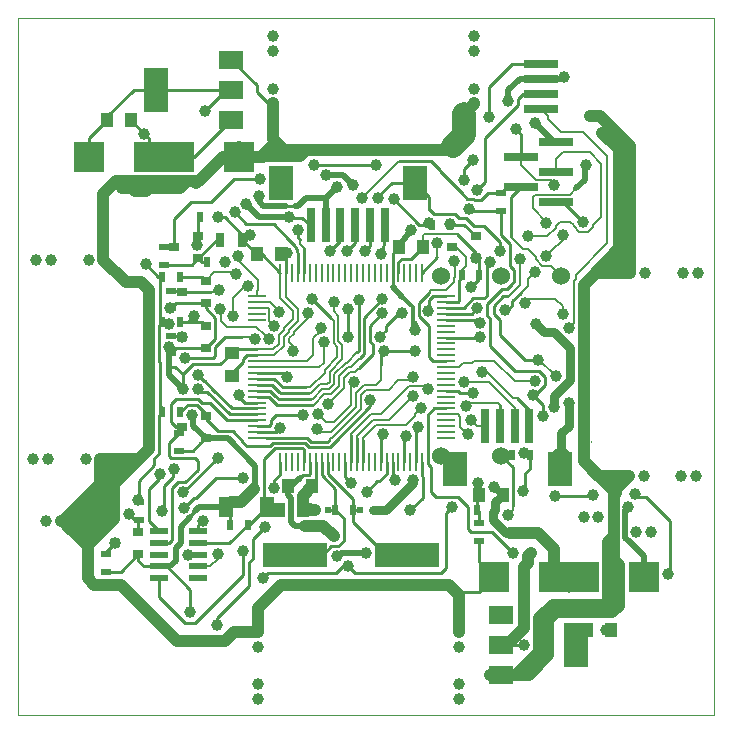
<source format=gtl>
G04 #@! TF.FileFunction,Copper,L1,Top,Signal*
%FSLAX46Y46*%
G04 Gerber Fmt 4.6, Leading zero omitted, Abs format (unit mm)*
G04 Created by KiCad (PCBNEW 4.0.7) date 01/17/18 18:25:31*
%MOMM*%
%LPD*%
G01*
G04 APERTURE LIST*
%ADD10C,0.152400*%
%ADD11C,0.100000*%
%ADD12R,2.000000X3.800000*%
%ADD13R,2.000000X1.500000*%
%ADD14R,2.550000X2.500000*%
%ADD15R,1.000000X1.250000*%
%ADD16C,1.000000*%
%ADD17R,0.800000X3.000000*%
%ADD18R,2.100000X3.000000*%
%ADD19C,1.524000*%
%ADD20R,3.000000X0.800000*%
%ADD21R,0.600000X0.500000*%
%ADD22R,1.500000X0.500000*%
%ADD23R,0.900000X0.800000*%
%ADD24R,0.500000X0.900000*%
%ADD25R,0.900000X0.500000*%
%ADD26R,0.700000X1.300000*%
%ADD27R,1.250000X1.000000*%
%ADD28R,1.300000X1.700000*%
%ADD29R,3.000000X0.650000*%
%ADD30R,5.500000X2.000000*%
%ADD31R,1.500000X0.290000*%
%ADD32R,0.290000X1.500000*%
%ADD33C,0.250000*%
%ADD34C,1.000000*%
%ADD35C,2.000000*%
%ADD36C,0.500000*%
%ADD37C,0.203000*%
%ADD38C,0.300000*%
%ADD39C,0.750000*%
G04 APERTURE END LIST*
D10*
D11*
X14400000Y-73700000D02*
X73300000Y-73700000D01*
X73300000Y-14700000D02*
X73300000Y-73700000D01*
X14400000Y-14700000D02*
X73300000Y-14700000D01*
X14400000Y-73700000D02*
X14400000Y-14700000D01*
X62925000Y-50600000D02*
X62925000Y-50475000D01*
D12*
X61660000Y-67745000D03*
D13*
X55310000Y-67745000D03*
X55310000Y-65205000D03*
X55310000Y-70285000D03*
D14*
X54690000Y-62030000D03*
X59740000Y-62030000D03*
X67360000Y-62030000D03*
X62310000Y-62030000D03*
D15*
X62565000Y-66475000D03*
X64565000Y-66475000D03*
D16*
X62295000Y-56950000D03*
X63545000Y-56950000D03*
X68010000Y-58220000D03*
X66760000Y-58220000D03*
D17*
X57700000Y-49260000D03*
X56450000Y-49260000D03*
X55200000Y-49260000D03*
D18*
X60250000Y-52860000D03*
X51400000Y-52860000D03*
D17*
X53950000Y-49260000D03*
D19*
X50240000Y-51740000D03*
X55320000Y-51740000D03*
X60400000Y-51740000D03*
X60400000Y-36500000D03*
X55320000Y-36500000D03*
X50240000Y-36500000D03*
D16*
X67486000Y-36290000D03*
X66236000Y-36290000D03*
D20*
X58672960Y-22355200D03*
X58672960Y-21105200D03*
X58672960Y-19855200D03*
X58672960Y-18605200D03*
D16*
X35990000Y-16224000D03*
X35990000Y-17474000D03*
D21*
X39520000Y-56315000D03*
X40620000Y-56315000D03*
X44430000Y-56315000D03*
X43330000Y-56315000D03*
D12*
X26100000Y-20755000D03*
D13*
X32450000Y-20755000D03*
X32450000Y-23295000D03*
X32450000Y-18215000D03*
D22*
X29655000Y-62125000D03*
X26355000Y-62125000D03*
X29655000Y-61125000D03*
X26355000Y-61125000D03*
X29655000Y-60125000D03*
X26355000Y-60125000D03*
X29655000Y-59125000D03*
X26355000Y-59125000D03*
X29655000Y-58125000D03*
X26355000Y-58125000D03*
D23*
X30275000Y-38850000D03*
X30275000Y-36950000D03*
X28275000Y-37900000D03*
X53135000Y-35040000D03*
X53135000Y-33140000D03*
X51135000Y-34090000D03*
X29640000Y-35040000D03*
X29640000Y-33140000D03*
X27640000Y-34090000D03*
X30275000Y-42660000D03*
X30275000Y-40760000D03*
X28275000Y-41710000D03*
X30275000Y-50280000D03*
X30275000Y-48380000D03*
X28275000Y-49330000D03*
X24600000Y-60100000D03*
X24600000Y-58200000D03*
X22600000Y-59150000D03*
D24*
X32335000Y-57585000D03*
X33835000Y-57585000D03*
X57750000Y-51730000D03*
X56250000Y-51730000D03*
D25*
X55310000Y-31030000D03*
X55310000Y-29530000D03*
D24*
X41225000Y-56315000D03*
X42725000Y-56315000D03*
X28120000Y-36630000D03*
X26620000Y-36630000D03*
X50980000Y-32185000D03*
X49480000Y-32185000D03*
X29795000Y-31550000D03*
X31295000Y-31550000D03*
D25*
X27370000Y-37785000D03*
X27370000Y-39285000D03*
D26*
X33400000Y-33455000D03*
X31500000Y-33455000D03*
D24*
X51959040Y-36436960D03*
X53459040Y-36436960D03*
X28120000Y-40440000D03*
X26620000Y-40440000D03*
D25*
X26800000Y-34075000D03*
X26800000Y-35575000D03*
D24*
X31930000Y-35360000D03*
X30430000Y-35360000D03*
D25*
X27370000Y-41595000D03*
X27370000Y-43095000D03*
D24*
X28120000Y-48060000D03*
X26620000Y-48060000D03*
D25*
X28050000Y-49860000D03*
X28050000Y-51360000D03*
X24630000Y-57170000D03*
X24630000Y-55670000D03*
X21810000Y-60110000D03*
X21810000Y-61610000D03*
D14*
X33070000Y-26470000D03*
X28020000Y-26470000D03*
D15*
X36530000Y-56315000D03*
X38530000Y-56315000D03*
D14*
X20400000Y-26470000D03*
X25450000Y-26470000D03*
D15*
X21925000Y-23295000D03*
X23925000Y-23295000D03*
D27*
X32475000Y-43025000D03*
X32475000Y-45025000D03*
D15*
X37300000Y-54350000D03*
X39300000Y-54350000D03*
X48690000Y-34090000D03*
X46690000Y-34090000D03*
X34625000Y-34660000D03*
X36625000Y-34660000D03*
X53450000Y-55050000D03*
X55450000Y-55050000D03*
D28*
X35470000Y-56100000D03*
X31970000Y-56100000D03*
D29*
X56985000Y-26470000D03*
X56985000Y-29010000D03*
X59985000Y-25200000D03*
X59985000Y-27740000D03*
X59985000Y-30280000D03*
D16*
X15670000Y-52038000D03*
X16920000Y-52038000D03*
X20115000Y-52038000D03*
X21365000Y-52038000D03*
X51738000Y-72358000D03*
X51738000Y-71108000D03*
X51738000Y-67913000D03*
X51738000Y-66663000D03*
X34720000Y-72358000D03*
X34720000Y-71108000D03*
X34720000Y-67913000D03*
X34720000Y-66663000D03*
X53008000Y-16224000D03*
X53008000Y-17474000D03*
X53008000Y-20669000D03*
X53008000Y-21919000D03*
X71931000Y-36290000D03*
X70681000Y-36290000D03*
X67359000Y-53435000D03*
X66109000Y-53435000D03*
X35990000Y-20669000D03*
X35990000Y-21919000D03*
X15924000Y-35147000D03*
X17174000Y-35147000D03*
X20369000Y-35147000D03*
X21619000Y-35147000D03*
D25*
X53405000Y-58970000D03*
X53405000Y-57470000D03*
D24*
X53290000Y-56315000D03*
X54790000Y-56315000D03*
D17*
X41700000Y-32240000D03*
X40450000Y-32240000D03*
X39200000Y-32240000D03*
X42950000Y-32240000D03*
X44200000Y-32240000D03*
D18*
X36650000Y-28640000D03*
X48000000Y-28640000D03*
D17*
X45450000Y-32240000D03*
D30*
X47360000Y-60125000D03*
X37860000Y-60125000D03*
D16*
X18024580Y-57242460D03*
X16774580Y-57242460D03*
D31*
X34610000Y-38250000D03*
X34610000Y-38750000D03*
X34610000Y-39250000D03*
X34610000Y-39750000D03*
X34610000Y-40250000D03*
X34610000Y-42750000D03*
X34610000Y-43250000D03*
X34610000Y-43750000D03*
X34610000Y-44250000D03*
X34610000Y-44750000D03*
X34610000Y-45250000D03*
X34610000Y-45750000D03*
X34610000Y-46250000D03*
X34610000Y-46750000D03*
X34610000Y-47250000D03*
X34610000Y-47750000D03*
X34610000Y-48250000D03*
X34610000Y-48750000D03*
X34610000Y-49250000D03*
X34610000Y-49750000D03*
X34610000Y-50250000D03*
D32*
X36610000Y-52250000D03*
X37110000Y-52250000D03*
X37610000Y-52250000D03*
X38110000Y-52250000D03*
X38610000Y-52250000D03*
X39110000Y-52250000D03*
X39610000Y-52250000D03*
X40110000Y-52250000D03*
X40610000Y-52250000D03*
X41110000Y-52250000D03*
X41610000Y-52250000D03*
X42110000Y-52250000D03*
X42610000Y-52250000D03*
X43110000Y-52250000D03*
X43610000Y-52250000D03*
X44110000Y-52250000D03*
X44610000Y-52250000D03*
X45110000Y-52250000D03*
X45610000Y-52250000D03*
X46110000Y-52250000D03*
X46610000Y-52250000D03*
X47110000Y-52250000D03*
X47610000Y-52250000D03*
X48110000Y-52250000D03*
X48610000Y-52250000D03*
D31*
X50610000Y-50250000D03*
X50610000Y-49750000D03*
X50610000Y-49250000D03*
X50610000Y-48750000D03*
X50610000Y-48250000D03*
X50610000Y-47750000D03*
X50610000Y-47250000D03*
X50610000Y-46750000D03*
X50610000Y-46250000D03*
X50610000Y-45750000D03*
X50610000Y-45250000D03*
X50610000Y-44750000D03*
X50610000Y-44250000D03*
X50610000Y-43750000D03*
X50610000Y-43250000D03*
X50610000Y-42750000D03*
X50610000Y-42250000D03*
X50610000Y-41750000D03*
X50610000Y-41250000D03*
X50610000Y-40750000D03*
X50610000Y-40250000D03*
X50610000Y-39750000D03*
X50610000Y-39250000D03*
X50610000Y-38750000D03*
X50610000Y-38250000D03*
D32*
X48610000Y-36250000D03*
X48110000Y-36250000D03*
X47610000Y-36250000D03*
X47110000Y-36250000D03*
X46610000Y-36250000D03*
X46110000Y-36250000D03*
X45610000Y-36250000D03*
X45110000Y-36250000D03*
X44610000Y-36250000D03*
X44110000Y-36250000D03*
X43610000Y-36250000D03*
X43110000Y-36250000D03*
X42610000Y-36250000D03*
X42110000Y-36250000D03*
X41610000Y-36250000D03*
X41110000Y-36250000D03*
X40610000Y-36250000D03*
X40110000Y-36250000D03*
X39610000Y-36250000D03*
X39110000Y-36250000D03*
X38610000Y-36250000D03*
X38110000Y-36250000D03*
X37610000Y-36250000D03*
X37110000Y-36250000D03*
X36610000Y-36250000D03*
D16*
X71804000Y-53435000D03*
X70554000Y-53435000D03*
X62865740Y-23028660D03*
X63871580Y-24400260D03*
X55916300Y-21702780D03*
X60642730Y-19727570D03*
X58154800Y-23579480D03*
X59120000Y-32083400D03*
X62449940Y-27145640D03*
X25103940Y-24473940D03*
X48020200Y-41105480D03*
X54800000Y-65300000D03*
X64200000Y-66475000D03*
X39100000Y-56300000D03*
X32600000Y-39890000D03*
X33880000Y-37370000D03*
X40490000Y-27970000D03*
X42790000Y-28830000D03*
X31320000Y-51910000D03*
X28350000Y-54820000D03*
X47680000Y-32670000D03*
X47825000Y-53800000D03*
X37350000Y-31525000D03*
X37200000Y-34550000D03*
X61040000Y-47300000D03*
X61025000Y-62665000D03*
X28800000Y-60150000D03*
X31930000Y-35360000D03*
X33740000Y-30480000D03*
X28100000Y-26900000D03*
X54660000Y-54440000D03*
X54299080Y-23107040D03*
X52124840Y-28395320D03*
X52955420Y-26673200D03*
X41410000Y-28970000D03*
X56524120Y-24112880D03*
X52740000Y-37490000D03*
X58280000Y-40630000D03*
X59750000Y-47630000D03*
X34770000Y-29740000D03*
X34070000Y-33050000D03*
X31300000Y-31525000D03*
X59800000Y-28800000D03*
X66075000Y-56075000D03*
X57850000Y-59950000D03*
X61175000Y-67750000D03*
X37300000Y-54350000D03*
X41120000Y-58530000D03*
X38660000Y-57660000D03*
X43860000Y-59960000D03*
X41440000Y-60240000D03*
X27280000Y-39220000D03*
X57275000Y-67750000D03*
X29120000Y-48270000D03*
X34375000Y-54575000D03*
X53135000Y-35040000D03*
X28350000Y-46130000D03*
X27180000Y-42570000D03*
X28975000Y-65000000D03*
X33425000Y-59825000D03*
X36508920Y-39611960D03*
X36072040Y-40747340D03*
X31317160Y-60071660D03*
X46305000Y-53775000D03*
X33030000Y-34810000D03*
X33150000Y-46620000D03*
X53520000Y-41710000D03*
X29600000Y-44880000D03*
X26450000Y-53290000D03*
X28275000Y-41710000D03*
X22600000Y-59150000D03*
X30050000Y-57250000D03*
X29600000Y-46120000D03*
X38570000Y-48270000D03*
X31420000Y-37710000D03*
X36075000Y-54500000D03*
X35300000Y-57750000D03*
X31250000Y-66125000D03*
X52950000Y-46425000D03*
X39716180Y-49525940D03*
X43540000Y-29900000D03*
X45340000Y-49940000D03*
X45350000Y-42850000D03*
X48025000Y-42850000D03*
X39820320Y-48255940D03*
X42818280Y-45489520D03*
X55885820Y-56747160D03*
X59907400Y-44984060D03*
X55190000Y-34430000D03*
X58391020Y-43627700D03*
X56882260Y-35067900D03*
X57610000Y-33170000D03*
X44900000Y-29925000D03*
X43950000Y-54800000D03*
X40011580Y-40930220D03*
X29530000Y-33890000D03*
X60517000Y-39731340D03*
X45070000Y-41660000D03*
X57320000Y-38800000D03*
X40285900Y-42118940D03*
X46907680Y-39680540D03*
X47225000Y-50050000D03*
X54370000Y-35330000D03*
X42625000Y-54100000D03*
X49899800Y-33764880D03*
X32730000Y-31150000D03*
X49147960Y-39540840D03*
X66650000Y-55000000D03*
X69403700Y-61745880D03*
X59850000Y-55170000D03*
X63050000Y-55050000D03*
X52470280Y-49921820D03*
X56275000Y-59950000D03*
X37150000Y-45100000D03*
X53500000Y-40475000D03*
X36575000Y-49400000D03*
X38080000Y-32670000D03*
X47630000Y-56315000D03*
X32890000Y-36340000D03*
X57240000Y-51500000D03*
X57140000Y-54740000D03*
X52612520Y-30864200D03*
X25200000Y-35550000D03*
X30200000Y-22550000D03*
X58010000Y-46650000D03*
X58820000Y-48410000D03*
X49200000Y-32050000D03*
X46200000Y-30000000D03*
X33460000Y-53670000D03*
X28430000Y-56140000D03*
X35140000Y-62100000D03*
X51150000Y-56100000D03*
X42350000Y-61070000D03*
X24580000Y-55520000D03*
X27160000Y-40620000D03*
X37710340Y-42926660D03*
X38911760Y-39657680D03*
X35655480Y-41903040D03*
X31530000Y-39340000D03*
X29280000Y-39920000D03*
X44240000Y-47020000D03*
X42370000Y-41680000D03*
X42300000Y-39300000D03*
X27600000Y-52840000D03*
X26560000Y-56400000D03*
X23810000Y-56680000D03*
X28510000Y-43510000D03*
X34446440Y-41882720D03*
X40682140Y-47331020D03*
X45208420Y-39703400D03*
X51010000Y-32160000D03*
X59120000Y-34840000D03*
X60539860Y-33028280D03*
X39460000Y-27160000D03*
X44740000Y-27100000D03*
X34885100Y-28357580D03*
X48250000Y-49360000D03*
X53360000Y-54040000D03*
X45140000Y-34700000D03*
X45180000Y-38500000D03*
X43240000Y-38540000D03*
X43750000Y-34460000D03*
X42250000Y-34450000D03*
X41120000Y-38730000D03*
X40810000Y-34460000D03*
X39290000Y-38510000D03*
X47837320Y-45045020D03*
X53689480Y-44648780D03*
X52734440Y-48738180D03*
X48507880Y-47704400D03*
X52325500Y-47574860D03*
X47837320Y-46683320D03*
X52127380Y-45502220D03*
X49140340Y-46096580D03*
X55620000Y-39390000D03*
X58131940Y-36160100D03*
X53290000Y-39280000D03*
X62250000Y-31975000D03*
X58154800Y-45441260D03*
X61027540Y-40907360D03*
X51347600Y-35288880D03*
X53267840Y-29213200D03*
D33*
X35990000Y-21919000D02*
X35543280Y-21919000D01*
X35543280Y-21919000D02*
X34598080Y-20973800D01*
X34598080Y-20363080D02*
X32450000Y-18215000D01*
X34598080Y-20973800D02*
X34598080Y-20363080D01*
D34*
X22494980Y-56287420D02*
X22007300Y-56287420D01*
X19609540Y-58685180D02*
X19609540Y-58278780D01*
X22007300Y-56287420D02*
X19609540Y-58685180D01*
X19203140Y-58278780D02*
X19609540Y-58278780D01*
X19609540Y-58278780D02*
X19426660Y-58278780D01*
X19426660Y-58278780D02*
X22494980Y-55210460D01*
X21926020Y-52038000D02*
X21926020Y-54661820D01*
X21926020Y-54661820D02*
X18756100Y-57831740D01*
X24140900Y-52038000D02*
X23432240Y-52038000D01*
X23432240Y-52038000D02*
X21365000Y-54105240D01*
X21365000Y-52038000D02*
X21926020Y-52038000D01*
X21926020Y-52038000D02*
X24140900Y-52038000D01*
X24140900Y-52038000D02*
X24321240Y-52038000D01*
X24321240Y-52038000D02*
X24460940Y-52177700D01*
X18024580Y-57242460D02*
X18227780Y-57242460D01*
X18227780Y-57242460D02*
X21365000Y-54105240D01*
X21365000Y-54105240D02*
X21365000Y-52038000D01*
X18024580Y-57242460D02*
X18166820Y-57242460D01*
X18166820Y-57242460D02*
X18756100Y-57831740D01*
X18756100Y-57831740D02*
X19203140Y-58278780D01*
X19203140Y-58278780D02*
X20300420Y-59376060D01*
X64374500Y-53435000D02*
X64374500Y-53918500D01*
X64374500Y-53918500D02*
X65000000Y-54544000D01*
X65000000Y-54900000D02*
X65000000Y-54544000D01*
X65000000Y-54544000D02*
X66109000Y-53435000D01*
X66109000Y-53435000D02*
X64374500Y-53435000D01*
X64374500Y-53435000D02*
X63535000Y-53435000D01*
X63535000Y-53435000D02*
X62295000Y-52195000D01*
X66236000Y-26764680D02*
X66236000Y-25560720D01*
X63703940Y-23028660D02*
X62865740Y-23028660D01*
X66236000Y-25560720D02*
X63703940Y-23028660D01*
X65253340Y-25782020D02*
X65253340Y-34458660D01*
X65248260Y-34463740D02*
X65248260Y-35134300D01*
X65253340Y-34458660D02*
X65248260Y-34463740D01*
X65045060Y-36290000D02*
X65045060Y-36028380D01*
X66236000Y-34837440D02*
X66236000Y-34146560D01*
X65045060Y-36028380D02*
X66236000Y-34837440D01*
X64435460Y-36290000D02*
X64435460Y-35947100D01*
X64435460Y-35947100D02*
X65248260Y-35134300D01*
X65248260Y-35134300D02*
X66236000Y-34146560D01*
X66236000Y-34146560D02*
X66236000Y-34146560D01*
X63339450Y-36293810D02*
X63339450Y-36169350D01*
X63339450Y-36169350D02*
X66236000Y-33272800D01*
X62295000Y-37376360D02*
X62295000Y-37338260D01*
X62295000Y-37338260D02*
X63339450Y-36293810D01*
X63339450Y-36293810D02*
X63343260Y-36290000D01*
X66236000Y-36290000D02*
X65045060Y-36290000D01*
X65045060Y-36290000D02*
X64435460Y-36290000D01*
X64435460Y-36290000D02*
X63343260Y-36290000D01*
X63343260Y-36290000D02*
X63332422Y-36290000D01*
X63871580Y-24400260D02*
X65253340Y-25782020D01*
X65253340Y-25782020D02*
X66236000Y-26764680D01*
X66236000Y-26764680D02*
X66236000Y-33272800D01*
X66236000Y-33272800D02*
X66236000Y-34146560D01*
X66236000Y-34146560D02*
X66236000Y-36290000D01*
D35*
X52121540Y-22845780D02*
X52121540Y-24583140D01*
D34*
X53008000Y-21959320D02*
X52121540Y-22845780D01*
D35*
X52121540Y-24583140D02*
X51205360Y-25499320D01*
D34*
X51205360Y-25835000D02*
X51205360Y-25499320D01*
X39050000Y-25835000D02*
X50478920Y-25835000D01*
X50824360Y-25835000D02*
X50478920Y-25835000D01*
X50824360Y-25835000D02*
X51205360Y-25835000D01*
X51205360Y-25499320D02*
X51572900Y-25131780D01*
X53008000Y-21919000D02*
X53008000Y-21959320D01*
X35990000Y-21919000D02*
X35990000Y-24930000D01*
X35990000Y-24930000D02*
X36260000Y-25200000D01*
X21619000Y-35147000D02*
X21619000Y-29620040D01*
X22737040Y-28502000D02*
X28731440Y-28502000D01*
X21619000Y-29620040D02*
X22737040Y-28502000D01*
X22494980Y-54153820D02*
X22494980Y-54143660D01*
X22494980Y-55210460D02*
X22494980Y-54153820D01*
X22494980Y-54143660D02*
X24460940Y-52177700D01*
X22494980Y-57151020D02*
X22494980Y-56287420D01*
X22494980Y-56287420D02*
X22494980Y-55210460D01*
X20300420Y-59376060D02*
X20300420Y-59345580D01*
X20300420Y-59345580D02*
X22494980Y-57151020D01*
X32683240Y-66663000D02*
X31943780Y-67402460D01*
X31943780Y-67402460D02*
X27879780Y-67402460D01*
X27879780Y-67402460D02*
X23145220Y-62667900D01*
X23145220Y-62667900D02*
X20828740Y-62667900D01*
X20828740Y-62667900D02*
X20300420Y-62139580D01*
X20300420Y-62139580D02*
X20300420Y-59376060D01*
X34720000Y-66663000D02*
X32683240Y-66663000D01*
X23539240Y-37067240D02*
X21619000Y-35147000D01*
X24460940Y-52177700D02*
X25466780Y-51171860D01*
X25466780Y-51171860D02*
X25466780Y-37687000D01*
X25466780Y-37687000D02*
X24847020Y-37067240D01*
X24847020Y-37067240D02*
X23539240Y-37067240D01*
X36895000Y-62665000D02*
X36686320Y-62665000D01*
X36895000Y-62665000D02*
X50865000Y-62665000D01*
X51500000Y-63300000D02*
X50865000Y-62665000D01*
X34720000Y-64631320D02*
X34720000Y-66663000D01*
X36686320Y-62665000D02*
X34720000Y-64631320D01*
X51738000Y-66663000D02*
X51738000Y-63538000D01*
X51738000Y-63538000D02*
X51500000Y-63300000D01*
X25236400Y-29355440D02*
X24342320Y-29355440D01*
X25236400Y-29355440D02*
X25510720Y-29081120D01*
X26729920Y-29081120D02*
X26465760Y-29081120D01*
X28152320Y-29081120D02*
X27563040Y-29081120D01*
X28152320Y-29081120D02*
X28731440Y-28502000D01*
X27563040Y-29081120D02*
X26729920Y-29081120D01*
X26729920Y-29081120D02*
X25510720Y-29081120D01*
X25510720Y-29081120D02*
X23234880Y-29081120D01*
X29432480Y-28502000D02*
X29432480Y-28634080D01*
X33070000Y-26470000D02*
X31794680Y-26470000D01*
X29762680Y-28502000D02*
X29432480Y-28502000D01*
X29432480Y-28502000D02*
X28731440Y-28502000D01*
X31794680Y-26470000D02*
X29762680Y-28502000D01*
D33*
X51500000Y-63300000D02*
X53420000Y-63300000D01*
X53420000Y-63300000D02*
X54690000Y-62030000D01*
D34*
X33070000Y-25580000D02*
X33070000Y-26470000D01*
X39050000Y-25835000D02*
X38765000Y-25835000D01*
X35110000Y-26350000D02*
X35110000Y-26470000D01*
X38250000Y-26350000D02*
X35110000Y-26350000D01*
X38765000Y-25835000D02*
X38250000Y-26350000D01*
X33070000Y-26470000D02*
X33730000Y-26470000D01*
X62295000Y-51235000D02*
X62295000Y-51550000D01*
X62295000Y-51550000D02*
X62295000Y-52195000D01*
X62295000Y-52195000D02*
X65000000Y-54900000D01*
X64835000Y-55065000D02*
X65000000Y-54900000D01*
X64835000Y-58535000D02*
X64835000Y-55065000D01*
X62295000Y-37376360D02*
X62295000Y-51235000D01*
X62295000Y-37376360D02*
X62295000Y-37376360D01*
X64350000Y-64350000D02*
X64350000Y-59020000D01*
X64350000Y-59020000D02*
X64835000Y-58535000D01*
X59980000Y-64980000D02*
X64720000Y-64980000D01*
X65250000Y-60980000D02*
X64835000Y-60565000D01*
X65250000Y-64450000D02*
X65250000Y-60980000D01*
X64720000Y-64980000D02*
X65250000Y-64450000D01*
X58530000Y-66430000D02*
X58530000Y-65520000D01*
X59700000Y-64350000D02*
X64350000Y-64350000D01*
X64350000Y-64350000D02*
X64420000Y-64350000D01*
X58530000Y-65520000D02*
X59700000Y-64350000D01*
X55310000Y-70285000D02*
X57665000Y-70285000D01*
X59300000Y-68650000D02*
X59300000Y-65660000D01*
X57665000Y-70285000D02*
X59300000Y-68650000D01*
X57200000Y-69600000D02*
X57200000Y-69665000D01*
X57265000Y-69600000D02*
X57200000Y-69600000D01*
X54385000Y-70285000D02*
X55310000Y-70285000D01*
D33*
X53405000Y-58970000D02*
X53405000Y-60745000D01*
X53405000Y-60745000D02*
X54690000Y-62030000D01*
D34*
X33070000Y-26470000D02*
X35110000Y-26470000D01*
X35110000Y-26470000D02*
X34990000Y-26470000D01*
X34990000Y-26470000D02*
X36260000Y-25200000D01*
X55310000Y-70285000D02*
X56580000Y-70285000D01*
X56580000Y-70285000D02*
X57200000Y-69665000D01*
X64835000Y-60565000D02*
X64835000Y-58535000D01*
X64420000Y-64350000D02*
X64835000Y-63935000D01*
X64835000Y-63935000D02*
X64835000Y-60565000D01*
X64200000Y-64570000D02*
X64420000Y-64350000D01*
X59300000Y-65660000D02*
X59980000Y-64980000D01*
X59980000Y-64980000D02*
X60390000Y-64570000D01*
X60390000Y-64570000D02*
X64200000Y-64570000D01*
X57200000Y-69665000D02*
X58485000Y-68380000D01*
X58485000Y-66475000D02*
X58530000Y-66430000D01*
X58530000Y-66430000D02*
X59300000Y-65660000D01*
X58485000Y-68380000D02*
X58485000Y-66475000D01*
X62295000Y-37265000D02*
X62295000Y-37376360D01*
X36895000Y-25835000D02*
X39050000Y-25835000D01*
X36260000Y-25200000D02*
X36895000Y-25835000D01*
D33*
X32450000Y-18215000D02*
X33085000Y-18215000D01*
D36*
X56941320Y-19855200D02*
X56862180Y-19855200D01*
X58672960Y-19855200D02*
X56941320Y-19855200D01*
X55916300Y-20801080D02*
X55916300Y-21702780D01*
X56862180Y-19855200D02*
X55916300Y-20801080D01*
X58672960Y-19855200D02*
X60515100Y-19855200D01*
D37*
X60515100Y-19855200D02*
X60642730Y-19727570D01*
D36*
X59775320Y-25200000D02*
X58154800Y-23579480D01*
D37*
X62391520Y-27204060D02*
X62449940Y-27145640D01*
X62391520Y-27259940D02*
X62391520Y-27204060D01*
D36*
X61660000Y-29124300D02*
X62391520Y-28392780D01*
X62391520Y-28392780D02*
X62391520Y-27259940D01*
D37*
X59120000Y-31928460D02*
X59120000Y-32083400D01*
X61129140Y-29645000D02*
X61649840Y-29124300D01*
X58213220Y-29645000D02*
X61129140Y-29645000D01*
X57979540Y-29878680D02*
X58213220Y-29645000D01*
X57979540Y-30788000D02*
X57979540Y-29878680D01*
X59120000Y-31928460D02*
X57979540Y-30788000D01*
D36*
X61649840Y-29124300D02*
X61660000Y-29124300D01*
D33*
X25450000Y-26470000D02*
X25450000Y-24820000D01*
X25450000Y-24820000D02*
X25103940Y-24473940D01*
X25103940Y-24473940D02*
X23925000Y-23295000D01*
X59985000Y-25200000D02*
X59775320Y-25200000D01*
X47888120Y-40556840D02*
X47888120Y-40536520D01*
D36*
X48020200Y-40688920D02*
X47888120Y-40556840D01*
D33*
X46110000Y-36250000D02*
X46110000Y-37450000D01*
D36*
X46940000Y-38280000D02*
X46110000Y-37450000D01*
X48020200Y-40688920D02*
X48020200Y-41105480D01*
D38*
X47804300Y-39144300D02*
X46940000Y-38280000D01*
X47804300Y-40452700D02*
X47804300Y-39144300D01*
D33*
X47888120Y-40536520D02*
X47804300Y-40452700D01*
X48020200Y-41105480D02*
X48004960Y-41090240D01*
D37*
X37110000Y-36250000D02*
X37110000Y-38318066D01*
X36056174Y-43250000D02*
X34610000Y-43250000D01*
X36884442Y-42421732D02*
X36056174Y-43250000D01*
X36884442Y-41674972D02*
X36884442Y-42421732D01*
X37321720Y-41237694D02*
X36884442Y-41674972D01*
X37321720Y-41100534D02*
X37321720Y-41237694D01*
X38098562Y-40323692D02*
X37321720Y-41100534D01*
X38098562Y-39306628D02*
X38098562Y-40323692D01*
X37110000Y-38318066D02*
X38098562Y-39306628D01*
D34*
X54800000Y-65300000D02*
X54895000Y-65205000D01*
X54895000Y-65205000D02*
X55310000Y-65205000D01*
D33*
X37110000Y-36250000D02*
X37110000Y-34640000D01*
X37110000Y-34640000D02*
X37200000Y-34550000D01*
X37090000Y-34660000D02*
X37200000Y-34550000D01*
X37090000Y-34660000D02*
X36625000Y-34660000D01*
D34*
X39085000Y-56315000D02*
X38530000Y-56315000D01*
X39520000Y-56315000D02*
X38530000Y-56315000D01*
X38530000Y-56315000D02*
X38530000Y-55120000D01*
X38530000Y-55120000D02*
X39300000Y-54350000D01*
D33*
X39610000Y-52250000D02*
X39610000Y-54040000D01*
X39610000Y-54040000D02*
X39300000Y-54350000D01*
D34*
X39100000Y-56300000D02*
X39085000Y-56315000D01*
D37*
X32600000Y-38520000D02*
X32600000Y-38410000D01*
X32600000Y-39890000D02*
X32600000Y-38520000D01*
X33640000Y-37370000D02*
X33880000Y-37370000D01*
X32600000Y-38410000D02*
X33640000Y-37370000D01*
D36*
X41930000Y-27970000D02*
X40490000Y-27970000D01*
X42790000Y-28830000D02*
X41930000Y-27970000D01*
D33*
X31320000Y-51910000D02*
X28410000Y-54820000D01*
X28410000Y-54820000D02*
X28350000Y-54820000D01*
X46690000Y-34090000D02*
X46690000Y-34010000D01*
D36*
X46690000Y-34010000D02*
X47680000Y-32670000D01*
D33*
X46110000Y-36250000D02*
X46110000Y-34670000D01*
X46110000Y-34670000D02*
X46690000Y-34090000D01*
X64200000Y-66475000D02*
X64565000Y-66475000D01*
X32450000Y-44800000D02*
X33450000Y-43800000D01*
X33450000Y-43800000D02*
X33450000Y-43550000D01*
X33450000Y-43550000D02*
X33750000Y-43250000D01*
X33750000Y-43250000D02*
X34610000Y-43250000D01*
D39*
X44430000Y-56315000D02*
X45535000Y-56315000D01*
X54790000Y-56315000D02*
X54790000Y-55710000D01*
X54600000Y-56505000D02*
X54600000Y-57000000D01*
X55700000Y-58300000D02*
X54600000Y-57200000D01*
X54600000Y-57200000D02*
X54600000Y-57000000D01*
D34*
X59740000Y-59640000D02*
X59740000Y-62030000D01*
X58400000Y-58300000D02*
X56050000Y-58300000D01*
X59740000Y-59640000D02*
X58400000Y-58300000D01*
D39*
X56050000Y-58300000D02*
X55700000Y-58300000D01*
X54600000Y-56505000D02*
X54790000Y-56315000D01*
X47825000Y-54025000D02*
X47825000Y-53800000D01*
X45535000Y-56315000D02*
X47825000Y-54025000D01*
D36*
X37350000Y-31525000D02*
X34785000Y-31525000D01*
X34785000Y-31525000D02*
X33740000Y-30480000D01*
D33*
X39200000Y-32240000D02*
X39090000Y-32240000D01*
X39090000Y-32240000D02*
X38475000Y-31625000D01*
X38475000Y-31625000D02*
X37775000Y-31625000D01*
X37775000Y-31625000D02*
X37675000Y-31525000D01*
X37675000Y-31525000D02*
X37350000Y-31525000D01*
D39*
X60400000Y-49840000D02*
X60400000Y-51740000D01*
X61030000Y-49210000D02*
X60400000Y-49840000D01*
X61030000Y-47310000D02*
X61030000Y-49210000D01*
X61040000Y-47300000D02*
X61030000Y-47310000D01*
X60400000Y-51740000D02*
X60250000Y-52860000D01*
D33*
X62310000Y-62030000D02*
X61930000Y-62030000D01*
X61930000Y-62030000D02*
X61025000Y-61125000D01*
X61025000Y-63175000D02*
X59880000Y-62030000D01*
X61025000Y-61125000D02*
X61025000Y-63175000D01*
X59880000Y-62030000D02*
X59740000Y-62030000D01*
X62310000Y-62030000D02*
X62155000Y-62030000D01*
X62155000Y-62030000D02*
X61025000Y-60900000D01*
X62310000Y-62030000D02*
X61660000Y-62030000D01*
X61660000Y-62030000D02*
X61025000Y-62665000D01*
X59740000Y-62030000D02*
X60390000Y-62030000D01*
X60390000Y-62030000D02*
X61025000Y-62665000D01*
X62310000Y-62030000D02*
X59740000Y-62030000D01*
X28825000Y-60125000D02*
X28800000Y-60150000D01*
X28825000Y-60125000D02*
X29655000Y-60125000D01*
D34*
X28100000Y-26900000D02*
X28020000Y-26820000D01*
X28020000Y-26820000D02*
X28020000Y-26470000D01*
X25450000Y-26470000D02*
X25970000Y-26470000D01*
X25970000Y-26470000D02*
X26725000Y-27225000D01*
X26725000Y-27225000D02*
X25450000Y-26470000D01*
X25450000Y-26470000D02*
X25980000Y-26470000D01*
X25980000Y-26470000D02*
X26725000Y-25725000D01*
X26725000Y-25725000D02*
X25450000Y-26470000D01*
X25450000Y-26470000D02*
X28020000Y-26470000D01*
D33*
X28020000Y-26720000D02*
X28020000Y-26470000D01*
X28020000Y-26470000D02*
X29275000Y-26470000D01*
X29275000Y-26470000D02*
X32450000Y-23295000D01*
D36*
X55450000Y-55050000D02*
X55270000Y-55050000D01*
X55270000Y-55050000D02*
X54660000Y-54440000D01*
D39*
X54790000Y-55710000D02*
X55450000Y-55050000D01*
D33*
X55450000Y-54810000D02*
X55450000Y-55050000D01*
X32450000Y-45250000D02*
X32450000Y-44800000D01*
D37*
X59985000Y-25200000D02*
X59587360Y-25200000D01*
D33*
X38610000Y-52250000D02*
X38610000Y-51227002D01*
X35225000Y-52125000D02*
X35225000Y-55450000D01*
X35225000Y-52125000D02*
X35225000Y-52055000D01*
X36142998Y-51137002D02*
X35225000Y-52055000D01*
X38520000Y-51137002D02*
X36142998Y-51137002D01*
X38610000Y-51227002D02*
X38520000Y-51137002D01*
X29655000Y-59125000D02*
X32295000Y-59125000D01*
X32295000Y-59125000D02*
X33835000Y-57585000D01*
X33835000Y-57585000D02*
X33985000Y-57585000D01*
X33985000Y-57585000D02*
X35470000Y-56100000D01*
X35470000Y-56100000D02*
X35470000Y-55695000D01*
X35470000Y-55695000D02*
X35225000Y-55450000D01*
X35685000Y-56315000D02*
X35470000Y-56100000D01*
X36530000Y-56315000D02*
X35685000Y-56315000D01*
X40110000Y-53392156D02*
X40110000Y-53400642D01*
X40110000Y-52250000D02*
X40110000Y-53392156D01*
X41225000Y-54534880D02*
X41225000Y-56315000D01*
X40196240Y-53506120D02*
X41225000Y-54534880D01*
X40196240Y-53486882D02*
X40196240Y-53506120D01*
X40110000Y-53400642D02*
X40196240Y-53486882D01*
X40620000Y-56315000D02*
X41225000Y-56315000D01*
X37860000Y-60125000D02*
X40205000Y-60125000D01*
X40205000Y-60125000D02*
X40940000Y-59390000D01*
X41970000Y-57060000D02*
X41225000Y-56315000D01*
X41970000Y-58950000D02*
X41970000Y-57060000D01*
X41530000Y-59390000D02*
X41970000Y-58950000D01*
X40940000Y-59390000D02*
X41530000Y-59390000D01*
X37860000Y-60125000D02*
X39450000Y-60125000D01*
X42725000Y-56315000D02*
X42725000Y-57325000D01*
X42725000Y-57325000D02*
X45525000Y-60125000D01*
X45525000Y-60125000D02*
X47360000Y-60125000D01*
X40610000Y-52250000D02*
X40610000Y-53260000D01*
X42725000Y-55375000D02*
X42725000Y-56315000D01*
X40610000Y-53260000D02*
X42725000Y-55375000D01*
X42725000Y-56315000D02*
X43330000Y-56315000D01*
D36*
X34770000Y-30070000D02*
X34770000Y-30210980D01*
X40450000Y-29950000D02*
X38750000Y-29950000D01*
X35300000Y-30600000D02*
X37100000Y-30600000D01*
D33*
X37850000Y-30600000D02*
X37100000Y-30600000D01*
D36*
X38100000Y-30600000D02*
X38750000Y-29950000D01*
X37850000Y-30600000D02*
X38100000Y-30600000D01*
X34770000Y-30070000D02*
X34770000Y-29740000D01*
X35159020Y-30600000D02*
X35300000Y-30600000D01*
X34770000Y-30210980D02*
X35159020Y-30600000D01*
D33*
X58672960Y-18605200D02*
X56240600Y-18605200D01*
X54314320Y-20531480D02*
X56240600Y-18605200D01*
X54314320Y-23091800D02*
X54314320Y-20531480D01*
X54314320Y-23091800D02*
X54299080Y-23107040D01*
X52124840Y-27503780D02*
X52124840Y-28395320D01*
X52955420Y-26673200D02*
X52124840Y-27503780D01*
D36*
X40450000Y-29950000D02*
X40450000Y-29930000D01*
X40450000Y-29930000D02*
X41410000Y-28970000D01*
D33*
X56985000Y-26470000D02*
X56985000Y-24573760D01*
X56985000Y-24573760D02*
X56524120Y-24112880D01*
D37*
X51560000Y-33020000D02*
X51527280Y-33020000D01*
D33*
X51560000Y-33020000D02*
X53135000Y-34595000D01*
X53135000Y-35040000D02*
X53135000Y-34595000D01*
D37*
X48690000Y-33079840D02*
X48690000Y-34090000D01*
X48817760Y-32952080D02*
X48690000Y-33079840D01*
X50423040Y-32952080D02*
X48817760Y-32952080D01*
X50443360Y-32972400D02*
X50423040Y-32952080D01*
X51479680Y-32972400D02*
X50443360Y-32972400D01*
X51527280Y-33020000D02*
X51479680Y-32972400D01*
D39*
X59750000Y-47630000D02*
X59750000Y-46734040D01*
D33*
X52740000Y-37490000D02*
X53460000Y-36770000D01*
X53460000Y-36290000D02*
X53460000Y-36770000D01*
D39*
X58280000Y-40630000D02*
X58900000Y-41250000D01*
X59795380Y-41250000D02*
X58900000Y-41250000D01*
X61141840Y-42596460D02*
X59795380Y-41250000D01*
X61141840Y-45342200D02*
X61141840Y-42596460D01*
X59750000Y-46734040D02*
X61141840Y-45342200D01*
D37*
X37194720Y-38976960D02*
X37179480Y-38976960D01*
X34610000Y-42750000D02*
X35982000Y-42750000D01*
X37692560Y-39474800D02*
X37194720Y-38976960D01*
X37692560Y-40155520D02*
X37692560Y-39474800D01*
X36884840Y-40963240D02*
X37692560Y-40155520D01*
X36884840Y-41100400D02*
X36884840Y-40963240D01*
X36478440Y-41506800D02*
X36884840Y-41100400D01*
X36478440Y-42253560D02*
X36478440Y-41506800D01*
X35982000Y-42750000D02*
X36478440Y-42253560D01*
X36610000Y-38407480D02*
X36610000Y-36250000D01*
X37179480Y-38976960D02*
X36610000Y-38407480D01*
D33*
X33665000Y-33455000D02*
X34070000Y-33050000D01*
X34770000Y-30040000D02*
X34770000Y-29740000D01*
X33665000Y-33455000D02*
X33400000Y-33455000D01*
X33400000Y-33455000D02*
X33400000Y-33050000D01*
X33400000Y-33050000D02*
X31900000Y-31550000D01*
X31900000Y-31550000D02*
X31295000Y-31550000D01*
X31300000Y-31525000D02*
X31295000Y-31530000D01*
X31295000Y-31530000D02*
X31295000Y-31550000D01*
X33400000Y-33455000D02*
X33200000Y-33455000D01*
X34625000Y-34660000D02*
X35020000Y-34660000D01*
X35020000Y-34660000D02*
X36610000Y-36250000D01*
X34625000Y-34660000D02*
X34605000Y-34660000D01*
X34605000Y-34660000D02*
X33400000Y-33455000D01*
D37*
X59800000Y-28800000D02*
X59800000Y-28690000D01*
X56985000Y-27126460D02*
X56985000Y-26470000D01*
X58233540Y-28375000D02*
X56985000Y-27126460D01*
X59485000Y-28375000D02*
X58233540Y-28375000D01*
X59800000Y-28690000D02*
X59485000Y-28375000D01*
D36*
X67360000Y-60260000D02*
X66100000Y-59000000D01*
X67360000Y-62030000D02*
X67360000Y-60260000D01*
X65800000Y-56350000D02*
X66075000Y-56075000D01*
X65800000Y-58700000D02*
X65800000Y-56350000D01*
X66100000Y-59000000D02*
X65800000Y-58700000D01*
D33*
X65875000Y-56275000D02*
X66075000Y-56075000D01*
D34*
X57600000Y-60800000D02*
X57600000Y-60200000D01*
X57200000Y-61200000D02*
X57600000Y-60800000D01*
X55805000Y-67745000D02*
X57200000Y-66350000D01*
X57200000Y-66350000D02*
X57200000Y-62250000D01*
X57200000Y-62250000D02*
X57200000Y-61200000D01*
X57600000Y-60200000D02*
X57850000Y-59950000D01*
X55310000Y-67745000D02*
X55805000Y-67745000D01*
D33*
X61660000Y-67745000D02*
X61660000Y-67380000D01*
X61660000Y-67380000D02*
X62565000Y-66475000D01*
X62565000Y-66475000D02*
X61660000Y-67745000D01*
X55310000Y-67745000D02*
X57270000Y-67745000D01*
X61175000Y-67750000D02*
X61180000Y-67745000D01*
X57270000Y-67745000D02*
X57275000Y-67750000D01*
X61180000Y-67745000D02*
X61660000Y-67745000D01*
D36*
X37300000Y-54350000D02*
X37300000Y-55110000D01*
X37820000Y-57660000D02*
X38660000Y-57660000D01*
X37530000Y-57370000D02*
X37820000Y-57660000D01*
X37530000Y-55340000D02*
X37530000Y-57370000D01*
X37300000Y-55110000D02*
X37530000Y-55340000D01*
D33*
X38550000Y-53375000D02*
X38525000Y-53375000D01*
X39110000Y-52250000D02*
X39110000Y-53265000D01*
X39000000Y-53375000D02*
X39110000Y-53265000D01*
X38550000Y-53375000D02*
X39000000Y-53375000D01*
D36*
X38250000Y-53650000D02*
X37550000Y-54350000D01*
D33*
X38525000Y-53375000D02*
X38250000Y-53650000D01*
D36*
X37300000Y-54350000D02*
X37550000Y-54350000D01*
X37550000Y-54600000D02*
X37300000Y-54350000D01*
D34*
X41120000Y-58530000D02*
X41120000Y-58520000D01*
X41120000Y-58520000D02*
X40260000Y-57660000D01*
X40260000Y-57660000D02*
X38660000Y-57660000D01*
D33*
X38930000Y-57660000D02*
X38660000Y-57660000D01*
X41100000Y-58510000D02*
X41120000Y-58530000D01*
X38660000Y-57660000D02*
X38650000Y-57670000D01*
X37460000Y-54510000D02*
X37300000Y-54350000D01*
X37575000Y-54350000D02*
X37300000Y-54350000D01*
X34610000Y-42750000D02*
X32950000Y-42750000D01*
X32950000Y-42750000D02*
X32450000Y-43250000D01*
D36*
X41720000Y-59960000D02*
X43860000Y-59960000D01*
X41720000Y-59960000D02*
X41440000Y-60240000D01*
D33*
X41440000Y-60240000D02*
X41720000Y-59960000D01*
X27280000Y-39220000D02*
X27345000Y-39285000D01*
X27345000Y-39285000D02*
X27370000Y-39285000D01*
X27805000Y-38850000D02*
X27370000Y-39285000D01*
D36*
X30275000Y-50225000D02*
X29250000Y-49200000D01*
X29250000Y-48400000D02*
X29120000Y-48270000D01*
X29250000Y-49200000D02*
X29250000Y-48400000D01*
X30275000Y-50280000D02*
X30275000Y-50225000D01*
X34500000Y-53000000D02*
X34500000Y-52600000D01*
X34375000Y-54175000D02*
X34500000Y-54050000D01*
X34500000Y-54050000D02*
X34500000Y-53000000D01*
X34375000Y-54575000D02*
X34375000Y-54175000D01*
X32180000Y-50280000D02*
X30275000Y-50280000D01*
X34500000Y-52600000D02*
X32180000Y-50280000D01*
D33*
X29000000Y-56850000D02*
X29400000Y-56450000D01*
D36*
X29750000Y-56100000D02*
X29400000Y-56450000D01*
X29925000Y-56100000D02*
X31970000Y-56100000D01*
X29925000Y-56100000D02*
X29750000Y-56100000D01*
D34*
X34375000Y-54575000D02*
X33300000Y-55650000D01*
X33300000Y-55650000D02*
X32420000Y-55650000D01*
X32420000Y-55650000D02*
X31970000Y-56100000D01*
D33*
X30275000Y-50280000D02*
X30275000Y-50065000D01*
X28050000Y-51360000D02*
X29195000Y-51360000D01*
X29195000Y-51360000D02*
X29840000Y-50715000D01*
X29840000Y-50715000D02*
X30275000Y-50280000D01*
X32050000Y-56100000D02*
X31970000Y-56100000D01*
X32335000Y-57585000D02*
X32335000Y-56465000D01*
X32335000Y-56465000D02*
X31970000Y-56100000D01*
D36*
X40450000Y-32240000D02*
X40450000Y-29950000D01*
D33*
X53460000Y-36610000D02*
X53460000Y-36290000D01*
X53460000Y-36290000D02*
X53460000Y-35365000D01*
X53460000Y-35365000D02*
X53135000Y-35040000D01*
X48690000Y-34090000D02*
X48690000Y-33660000D01*
X40450000Y-32240000D02*
X40450000Y-31000000D01*
X53135000Y-35040000D02*
X53185000Y-35040000D01*
X46610000Y-36250000D02*
X46610000Y-35390000D01*
X46610000Y-35390000D02*
X46900000Y-35100000D01*
X46900000Y-35100000D02*
X47680000Y-35100000D01*
X47680000Y-35100000D02*
X48690000Y-34090000D01*
X27190000Y-44200000D02*
X27700000Y-44200000D01*
X27700000Y-44200000D02*
X28350000Y-44850000D01*
X28350000Y-46130000D02*
X28350000Y-44850000D01*
X29230000Y-43970000D02*
X28860000Y-44340000D01*
X28350000Y-44850000D02*
X28860000Y-44340000D01*
X29480000Y-43970000D02*
X29230000Y-43970000D01*
X31530000Y-43970000D02*
X32475000Y-43025000D01*
X29480000Y-43970000D02*
X31530000Y-43970000D01*
D36*
X27190000Y-44940000D02*
X27190000Y-44200000D01*
X27190000Y-44200000D02*
X27190000Y-43275000D01*
X27190000Y-43275000D02*
X27370000Y-43095000D01*
X28350000Y-46130000D02*
X28350000Y-46100000D01*
X28350000Y-46100000D02*
X27190000Y-44940000D01*
D33*
X27190000Y-44940000D02*
X27190000Y-44970000D01*
X27370000Y-42760000D02*
X27180000Y-42570000D01*
X27370000Y-43095000D02*
X27370000Y-42760000D01*
X32475000Y-43025000D02*
X32315000Y-43025000D01*
X27805000Y-42660000D02*
X27370000Y-43095000D01*
X30275000Y-42660000D02*
X27805000Y-42660000D01*
X30275000Y-38850000D02*
X30275000Y-39275000D01*
X31100000Y-41835000D02*
X30275000Y-42660000D01*
X31100000Y-40100000D02*
X31100000Y-41835000D01*
X30275000Y-39275000D02*
X31100000Y-40100000D01*
X30275000Y-38850000D02*
X27805000Y-38850000D01*
X29000000Y-56950000D02*
X29000000Y-56850000D01*
D36*
X28200000Y-57750000D02*
X29000000Y-56950000D01*
X26355000Y-61125000D02*
X27275000Y-61125000D01*
X28200000Y-59150000D02*
X28200000Y-58200000D01*
X27750000Y-59600000D02*
X28200000Y-59150000D01*
X27750000Y-60650000D02*
X27750000Y-59600000D01*
X27275000Y-61125000D02*
X27750000Y-60650000D01*
X28200000Y-58200000D02*
X28200000Y-57750000D01*
D33*
X24600000Y-60100000D02*
X24600000Y-60630000D01*
X25095000Y-61125000D02*
X26355000Y-61125000D01*
X24600000Y-60630000D02*
X25095000Y-61125000D01*
X21810000Y-61610000D02*
X23090000Y-61610000D01*
X23090000Y-61610000D02*
X24600000Y-60100000D01*
X26355000Y-61125000D02*
X27000000Y-61125000D01*
X26355000Y-61125000D02*
X26975000Y-61125000D01*
X26975000Y-61125000D02*
X28975000Y-63125000D01*
X28975000Y-63125000D02*
X28975000Y-65000000D01*
X26355000Y-63755000D02*
X28525000Y-65925000D01*
X28525000Y-65925000D02*
X29350000Y-65925000D01*
X29350000Y-65925000D02*
X33425000Y-61850000D01*
X33425000Y-61850000D02*
X33425000Y-59825000D01*
X26355000Y-63755000D02*
X26355000Y-62125000D01*
D37*
X35728240Y-38750000D02*
X36508920Y-39530680D01*
X36508920Y-39530680D02*
X36508920Y-39611960D01*
X34610000Y-38750000D02*
X35728240Y-38750000D01*
X35611020Y-39250000D02*
X35611020Y-39255080D01*
X34610000Y-39250000D02*
X35611020Y-39250000D01*
X35691040Y-40366340D02*
X36072040Y-40747340D01*
X35691040Y-39335100D02*
X35691040Y-40366340D01*
X35611020Y-39255080D02*
X35691040Y-39335100D01*
X30690540Y-61125000D02*
X31317160Y-60498380D01*
X31317160Y-60498380D02*
X31317160Y-60071660D01*
X30690540Y-61125000D02*
X29655000Y-61125000D01*
D33*
X30275000Y-61125000D02*
X29655000Y-61125000D01*
X30275000Y-61125000D02*
X29655000Y-61125000D01*
X46110000Y-53580000D02*
X46110000Y-52250000D01*
X46305000Y-53775000D02*
X46110000Y-53580000D01*
D37*
X34610000Y-38250000D02*
X34610000Y-37820000D01*
X33030000Y-35180000D02*
X33030000Y-34810000D01*
X34720000Y-36870000D02*
X33030000Y-35180000D01*
X34720000Y-37710000D02*
X34720000Y-36870000D01*
X34610000Y-37820000D02*
X34720000Y-37710000D01*
D33*
X34610000Y-47250000D02*
X33610000Y-47250000D01*
X33150000Y-46790000D02*
X33150000Y-46620000D01*
X33610000Y-47250000D02*
X33150000Y-46790000D01*
X53480000Y-41750000D02*
X50610000Y-41750000D01*
X53520000Y-41710000D02*
X53480000Y-41750000D01*
D37*
X51960000Y-36290000D02*
X51960000Y-36048080D01*
X51960000Y-36048080D02*
X52297560Y-35710520D01*
X52297560Y-35710520D02*
X52297560Y-34918040D01*
X52297560Y-34918040D02*
X51469520Y-34090000D01*
X51469520Y-34090000D02*
X51135000Y-34090000D01*
D33*
X50610000Y-38750000D02*
X51620000Y-38750000D01*
X51750000Y-36900000D02*
X52020000Y-36630000D01*
X51750000Y-38620000D02*
X51750000Y-36900000D01*
X51620000Y-38750000D02*
X51750000Y-38620000D01*
X30200000Y-45440000D02*
X30160000Y-45440000D01*
X32510000Y-47750000D02*
X30932002Y-46172002D01*
X34610000Y-47750000D02*
X33200000Y-47750000D01*
X33200000Y-47750000D02*
X33100000Y-47750000D01*
X30932002Y-46172002D02*
X30200000Y-45440000D01*
X33100000Y-47750000D02*
X32510000Y-47750000D01*
X30160000Y-45440000D02*
X29600000Y-44880000D01*
X26355000Y-53385000D02*
X26450000Y-53290000D01*
X26355000Y-58085000D02*
X25530000Y-57260000D01*
X25530000Y-57260000D02*
X25530000Y-54570000D01*
X25530000Y-54570000D02*
X26355000Y-53745000D01*
X26355000Y-53745000D02*
X26355000Y-53385000D01*
X26355000Y-58125000D02*
X26355000Y-58085000D01*
X27370000Y-41595000D02*
X28160000Y-41595000D01*
X21810000Y-59940000D02*
X22600000Y-59150000D01*
X21810000Y-60110000D02*
X21810000Y-59940000D01*
X29655000Y-57645000D02*
X29655000Y-58125000D01*
X30050000Y-57250000D02*
X29655000Y-57645000D01*
X29725000Y-58125000D02*
X29655000Y-58125000D01*
X30390000Y-46320000D02*
X29800000Y-46320000D01*
X32320000Y-48250000D02*
X34610000Y-48250000D01*
X32320000Y-48250000D02*
X30390000Y-46320000D01*
X29800000Y-46320000D02*
X29600000Y-46120000D01*
X28050000Y-51980000D02*
X27380000Y-51980000D01*
X28050000Y-49860000D02*
X27210000Y-50700000D01*
X27450000Y-54470000D02*
X27940000Y-53980000D01*
X27940000Y-53980000D02*
X28560000Y-53980000D01*
X28560000Y-53980000D02*
X29610000Y-52930000D01*
X29610000Y-52930000D02*
X29610000Y-52210000D01*
X29610000Y-52210000D02*
X29380000Y-51980000D01*
X29380000Y-51980000D02*
X28050000Y-51980000D01*
X27200000Y-59125000D02*
X27450000Y-58875000D01*
X27200000Y-59125000D02*
X26355000Y-59125000D01*
X27450000Y-58875000D02*
X27450000Y-54470000D01*
X27210000Y-51810000D02*
X27210000Y-50700000D01*
X27380000Y-51980000D02*
X27210000Y-51810000D01*
X30630000Y-47270000D02*
X29980000Y-47270000D01*
X32110000Y-48750000D02*
X30630000Y-47270000D01*
X28800000Y-46960000D02*
X27780000Y-46960000D01*
X27780000Y-46960000D02*
X27390000Y-47350000D01*
X27390000Y-47350000D02*
X27390000Y-48930000D01*
X27390000Y-48930000D02*
X27790000Y-49330000D01*
X28275000Y-49330000D02*
X27790000Y-49330000D01*
X32110000Y-48750000D02*
X34610000Y-48750000D01*
X29670000Y-46960000D02*
X28800000Y-46960000D01*
X29980000Y-47270000D02*
X29670000Y-46960000D01*
X35610000Y-49250000D02*
X35790000Y-49070000D01*
X35790000Y-49070000D02*
X35790000Y-48710000D01*
X35790000Y-48710000D02*
X36230000Y-48270000D01*
X36230000Y-48270000D02*
X38570000Y-48270000D01*
X34610000Y-49250000D02*
X35610000Y-49250000D01*
D37*
X31230000Y-37900000D02*
X30750000Y-37900000D01*
X31420000Y-37710000D02*
X31230000Y-37900000D01*
X30750000Y-37890000D02*
X30750000Y-37900000D01*
D33*
X30750000Y-37900000D02*
X28275000Y-37900000D01*
X27370000Y-37785000D02*
X28160000Y-37785000D01*
X28160000Y-37785000D02*
X28275000Y-37900000D01*
X31250000Y-66125000D02*
X31250000Y-65449560D01*
X36610000Y-53315000D02*
X36075000Y-53850000D01*
X36075000Y-53850000D02*
X36075000Y-54500000D01*
X35300000Y-57750000D02*
X34275000Y-58775000D01*
X36610000Y-53315000D02*
X36610000Y-52250000D01*
X34275000Y-60456060D02*
X34275000Y-58775000D01*
X33958000Y-60773060D02*
X34275000Y-60456060D01*
X33958000Y-62741560D02*
X33958000Y-60773060D01*
X31250000Y-65449560D02*
X33958000Y-62741560D01*
X50610000Y-46250000D02*
X51625000Y-46250000D01*
X52425000Y-46425000D02*
X52950000Y-46425000D01*
X51800000Y-46425000D02*
X52425000Y-46425000D01*
X51625000Y-46250000D02*
X51800000Y-46425000D01*
D37*
X40049881Y-49770219D02*
X40858199Y-49770219D01*
X40858199Y-49770219D02*
X43001558Y-47626860D01*
X43001558Y-47626860D02*
X43001558Y-46477048D01*
X43001558Y-46477048D02*
X43706748Y-45771858D01*
X43706748Y-45771858D02*
X44679702Y-45771858D01*
X44679702Y-45771858D02*
X45100000Y-45351560D01*
X45100000Y-45351560D02*
X45100000Y-44100000D01*
D33*
X45350000Y-42850000D02*
X45100000Y-43100000D01*
X45100000Y-44100000D02*
X45100000Y-43100000D01*
D37*
X39960459Y-49770219D02*
X40049881Y-49770219D01*
X39716180Y-49525940D02*
X39960459Y-49770219D01*
D33*
X52978280Y-30020920D02*
X52983360Y-30020920D01*
X51951420Y-29532540D02*
X52439800Y-30020920D01*
X52439800Y-30020920D02*
X52978280Y-30020920D01*
X50100460Y-27679040D02*
X50100460Y-27549500D01*
D37*
X43540000Y-29900000D02*
X46630000Y-26810000D01*
D33*
X51951420Y-29530000D02*
X50100460Y-27679040D01*
X46632180Y-26807820D02*
X46630000Y-26810000D01*
X49358780Y-26807820D02*
X46632180Y-26807820D01*
X50100460Y-27549500D02*
X49358780Y-26807820D01*
X51951420Y-29530000D02*
X51951420Y-29532540D01*
X54170240Y-29530000D02*
X55310000Y-29530000D01*
X53628520Y-30071720D02*
X54170240Y-29530000D01*
X53034160Y-30071720D02*
X53628520Y-30071720D01*
X52983360Y-30020920D02*
X53034160Y-30071720D01*
D37*
X56150000Y-33225000D02*
X56150000Y-33258680D01*
X56150000Y-33258680D02*
X57123560Y-34232240D01*
X57123560Y-34232240D02*
X57568060Y-34232240D01*
X57568060Y-34232240D02*
X58276720Y-34940900D01*
X58276720Y-34940900D02*
X58276720Y-35136480D01*
X58276720Y-35136480D02*
X58799960Y-35659720D01*
X58799960Y-35659720D02*
X59559720Y-35659720D01*
X59559720Y-35659720D02*
X60400000Y-36500000D01*
D33*
X56150000Y-33225000D02*
X56150000Y-30520560D01*
X56150000Y-30520560D02*
X56150000Y-29845000D01*
X56985000Y-29010000D02*
X56150000Y-29845000D01*
X56985000Y-29010000D02*
X55830000Y-29010000D01*
X55830000Y-29010000D02*
X55310000Y-29530000D01*
X45110000Y-52250000D02*
X45110000Y-50170000D01*
X45110000Y-50170000D02*
X45340000Y-49940000D01*
X45350000Y-42850000D02*
X48025000Y-42850000D01*
X60390000Y-36630000D02*
X60390000Y-36610000D01*
D37*
X39820320Y-48255940D02*
X40479822Y-48915442D01*
X40479822Y-48915442D02*
X40613022Y-48915442D01*
X42595556Y-47458688D02*
X42595556Y-46800160D01*
X40613022Y-48915442D02*
X41138802Y-48915442D01*
X41138802Y-48915442D02*
X42595556Y-47458688D01*
X42594760Y-45713040D02*
X42818280Y-45489520D01*
X42594760Y-46799364D02*
X42594760Y-45713040D01*
X42595556Y-46800160D02*
X42594760Y-46799364D01*
D33*
X56300000Y-55970000D02*
X56300000Y-52720000D01*
X55320000Y-51740000D02*
X56300000Y-52720000D01*
D37*
X56300000Y-56332980D02*
X56300000Y-55970000D01*
X55885820Y-56747160D02*
X56300000Y-56332980D01*
X58551040Y-43627700D02*
X58391020Y-43627700D01*
X59907400Y-44984060D02*
X58551040Y-43627700D01*
X61306940Y-26071220D02*
X60539860Y-26071220D01*
X63082400Y-32228180D02*
X63775820Y-31534760D01*
X63775820Y-31534760D02*
X63775820Y-27011020D01*
X63775820Y-27011020D02*
X62836020Y-26071220D01*
X62836020Y-26071220D02*
X61306940Y-26071220D01*
X57610000Y-33170000D02*
X59209420Y-33170000D01*
X59209420Y-33170000D02*
X59945500Y-32433920D01*
X59945500Y-32433920D02*
X59945500Y-32281520D01*
X59945500Y-32281520D02*
X60303640Y-31923380D01*
X60303640Y-31923380D02*
X61167240Y-31923380D01*
X61167240Y-31923380D02*
X61459340Y-32215480D01*
X61459340Y-32215480D02*
X61459340Y-32327240D01*
X61459340Y-32327240D02*
X61931780Y-32799680D01*
X61931780Y-32799680D02*
X62688700Y-32799680D01*
X62688700Y-32799680D02*
X63082400Y-32405980D01*
X63082400Y-32405980D02*
X63082400Y-32228180D01*
X59985000Y-26626080D02*
X59985000Y-27740000D01*
X60539860Y-26071220D02*
X59985000Y-26626080D01*
D33*
X55190000Y-33650000D02*
X55190000Y-33622020D01*
X55190000Y-34430000D02*
X55190000Y-33650000D01*
X49620400Y-31326480D02*
X49175000Y-30881080D01*
X51439040Y-31326480D02*
X49620400Y-31326480D01*
X51776860Y-31664300D02*
X51439040Y-31326480D01*
X52325500Y-31664300D02*
X51776860Y-31664300D01*
X52988440Y-32327240D02*
X52325500Y-31664300D01*
X53895220Y-32327240D02*
X52988440Y-32327240D01*
X55190000Y-33622020D02*
X53895220Y-32327240D01*
X55200000Y-41518720D02*
X57308980Y-43627700D01*
X57308980Y-43627700D02*
X58391020Y-43627700D01*
D37*
X56882260Y-35067900D02*
X56889880Y-35075520D01*
X55920000Y-38240000D02*
X55968220Y-38240000D01*
D33*
X55200000Y-40220000D02*
X54700000Y-39720000D01*
X54700000Y-39720000D02*
X54700000Y-39040000D01*
X54700000Y-39040000D02*
X55500000Y-38240000D01*
X55500000Y-38240000D02*
X55920000Y-38240000D01*
X55200000Y-40220000D02*
X55200000Y-40480000D01*
D37*
X56889880Y-37318340D02*
X56889880Y-35640120D01*
X55968220Y-38240000D02*
X56889880Y-37318340D01*
X56889880Y-35640120D02*
X56889880Y-35075520D01*
D33*
X55200000Y-40480000D02*
X55200000Y-41518720D01*
X57610000Y-33170000D02*
X57620000Y-33180000D01*
X57620000Y-33180000D02*
X57610000Y-33180000D01*
X49175000Y-30950000D02*
X49175000Y-30881080D01*
X49175000Y-30881080D02*
X49175000Y-29815000D01*
X48000000Y-28640000D02*
X49175000Y-29815000D01*
X48000000Y-28640000D02*
X46060000Y-28640000D01*
X44900000Y-29800000D02*
X44900000Y-29925000D01*
X46060000Y-28640000D02*
X44900000Y-29800000D01*
X43950000Y-54800000D02*
X44825000Y-53925000D01*
X44825000Y-53925000D02*
X45000000Y-53925000D01*
X45000000Y-53925000D02*
X45610000Y-53315000D01*
X45610000Y-53315000D02*
X45610000Y-52250000D01*
D37*
X56250000Y-51730000D02*
X55330000Y-51730000D01*
X55330000Y-51730000D02*
X55320000Y-51740000D01*
X40011580Y-40930220D02*
X40011580Y-41184220D01*
X38570000Y-43750000D02*
X38896140Y-43750000D01*
X34610000Y-43750000D02*
X38570000Y-43750000D01*
X39417220Y-43228920D02*
X38896140Y-43750000D01*
X39417220Y-41778580D02*
X39417220Y-43228920D01*
X40011580Y-41184220D02*
X39417220Y-41778580D01*
X29640000Y-33140000D02*
X29640000Y-33780000D01*
X29530000Y-33890000D02*
X29640000Y-33780000D01*
D33*
X29640000Y-33140000D02*
X29640000Y-31705000D01*
X29640000Y-31705000D02*
X29795000Y-31550000D01*
X45580000Y-41150000D02*
X45580000Y-40741520D01*
D37*
X59865580Y-38450000D02*
X60517000Y-39101420D01*
X60517000Y-39101420D02*
X60517000Y-39731340D01*
X39850000Y-44250000D02*
X39904900Y-44250000D01*
X45070000Y-41660000D02*
X45580000Y-41150000D01*
X57320000Y-38800000D02*
X57670000Y-38450000D01*
X57670000Y-38450000D02*
X59650000Y-38450000D01*
X39850000Y-44250000D02*
X34610000Y-44250000D01*
X40285900Y-43869000D02*
X40285900Y-42118940D01*
X39904900Y-44250000D02*
X40285900Y-43869000D01*
X59650000Y-38450000D02*
X59865580Y-38450000D01*
D33*
X46640980Y-39680540D02*
X46907680Y-39680540D01*
X45580000Y-40741520D02*
X46640980Y-39680540D01*
X47110000Y-52250000D02*
X47110000Y-50165000D01*
X47110000Y-50165000D02*
X47225000Y-50050000D01*
X54370000Y-35330000D02*
X54130000Y-35570000D01*
X54130000Y-35570000D02*
X54130000Y-35680000D01*
X54130000Y-35680000D02*
X54130000Y-36940000D01*
X51950000Y-39250000D02*
X52130000Y-39250000D01*
X54130000Y-36940000D02*
X54130000Y-37330000D01*
X50610000Y-39250000D02*
X51940000Y-39250000D01*
X51940000Y-39250000D02*
X51950000Y-39250000D01*
X54130000Y-38200000D02*
X54130000Y-37330000D01*
X53890000Y-38440000D02*
X54130000Y-38200000D01*
X52940000Y-38440000D02*
X53890000Y-38440000D01*
X52130000Y-39250000D02*
X52940000Y-38440000D01*
X42110000Y-53585000D02*
X42110000Y-52250000D01*
X42625000Y-54100000D02*
X42110000Y-53585000D01*
D37*
X49900000Y-34960000D02*
X49900000Y-33765080D01*
D33*
X48610000Y-36250000D02*
X49900000Y-34960000D01*
D37*
X49900000Y-33765080D02*
X49899800Y-33764880D01*
D33*
X38110000Y-34850000D02*
X38110000Y-34615240D01*
X36040000Y-32160000D02*
X37280000Y-33400000D01*
X38110000Y-36250000D02*
X38110000Y-34850000D01*
X32730000Y-31150000D02*
X33740000Y-32160000D01*
X33740000Y-32160000D02*
X36040000Y-32160000D01*
X37861980Y-33981980D02*
X37280000Y-33400000D01*
X37861980Y-34039560D02*
X37861980Y-33981980D01*
X38037240Y-34214820D02*
X37861980Y-34039560D01*
X38037240Y-34542480D02*
X38037240Y-34214820D01*
X38110000Y-34615240D02*
X38037240Y-34542480D01*
X51400000Y-52860000D02*
X51360000Y-52860000D01*
X51360000Y-52860000D02*
X50240000Y-51740000D01*
X50610000Y-38250000D02*
X49530000Y-38250000D01*
X49214000Y-38566000D02*
X49530000Y-38250000D01*
X49214000Y-39474800D02*
X49214000Y-38566000D01*
X49147960Y-39540840D02*
X49214000Y-39474800D01*
X66925000Y-55275000D02*
X66650000Y-55000000D01*
X67575000Y-55275000D02*
X67550000Y-55275000D01*
X69600000Y-57300000D02*
X67575000Y-55275000D01*
X69628700Y-61520880D02*
X69600000Y-57300000D01*
X69403700Y-61745880D02*
X69628700Y-61520880D01*
X67550000Y-55275000D02*
X66925000Y-55275000D01*
X62930000Y-55170000D02*
X59850000Y-55170000D01*
X63050000Y-55050000D02*
X62930000Y-55170000D01*
D37*
X51651900Y-48250000D02*
X50610000Y-48250000D01*
X51845440Y-48443540D02*
X51651900Y-48250000D01*
X51845440Y-49296980D02*
X51845440Y-48443540D01*
X52470280Y-49921820D02*
X51845440Y-49296980D01*
D33*
X49106560Y-52248820D02*
X49106560Y-48306560D01*
X50610000Y-47750000D02*
X49650000Y-47750000D01*
X49650000Y-47750000D02*
X49125000Y-48275000D01*
X49100000Y-48300000D02*
X49125000Y-48275000D01*
X49748080Y-55250000D02*
X49347860Y-54849780D01*
X49347860Y-54849780D02*
X49347860Y-52711100D01*
X49347860Y-52711100D02*
X49106560Y-52469800D01*
X49106560Y-52469800D02*
X49106560Y-52248820D01*
X50050000Y-55250000D02*
X49900000Y-55250000D01*
X52775000Y-58225000D02*
X52500000Y-57950000D01*
X52500000Y-57950000D02*
X52500000Y-56100000D01*
X52500000Y-56100000D02*
X51650000Y-55250000D01*
X51650000Y-55250000D02*
X50050000Y-55250000D01*
X54550000Y-58225000D02*
X56275000Y-59950000D01*
X54550000Y-58225000D02*
X52775000Y-58225000D01*
X49900000Y-55250000D02*
X49748080Y-55250000D01*
X49106560Y-48306560D02*
X49100000Y-48300000D01*
X34610000Y-44750000D02*
X36800000Y-44750000D01*
X36800000Y-44750000D02*
X37150000Y-45100000D01*
X50610000Y-40250000D02*
X53275000Y-40250000D01*
X53275000Y-40250000D02*
X53500000Y-40475000D01*
X36225000Y-49750000D02*
X34610000Y-49750000D01*
X36575000Y-49400000D02*
X36225000Y-49750000D01*
D37*
X38610000Y-34181800D02*
X38610000Y-34137340D01*
X38610000Y-34137340D02*
X38446180Y-33973520D01*
D33*
X38610000Y-36250000D02*
X38610000Y-34181800D01*
X38080000Y-33259360D02*
X38314381Y-33493741D01*
D37*
X38314381Y-33493741D02*
X38314381Y-33841721D01*
X38314381Y-33841721D02*
X38446180Y-33973520D01*
D33*
X38080000Y-32670000D02*
X38080000Y-33259360D01*
X48650000Y-55295000D02*
X48650000Y-54422420D01*
X47630000Y-56315000D02*
X48650000Y-55295000D01*
X48610000Y-53476920D02*
X48610000Y-52250000D01*
X48664600Y-53531520D02*
X48610000Y-53476920D01*
X48664600Y-54407820D02*
X48664600Y-53531520D01*
X48650000Y-54422420D02*
X48664600Y-54407820D01*
D37*
X32890000Y-36340000D02*
X32740000Y-36190000D01*
X32740000Y-36190000D02*
X31035000Y-36190000D01*
X31035000Y-36190000D02*
X30275000Y-36950000D01*
D33*
X28120000Y-36630000D02*
X29955000Y-36630000D01*
X29955000Y-36630000D02*
X30275000Y-36950000D01*
D37*
X57750000Y-51730000D02*
X57470000Y-51730000D01*
X57470000Y-51730000D02*
X57240000Y-51500000D01*
D33*
X57290000Y-53280000D02*
X57750000Y-52820000D01*
X57750000Y-52820000D02*
X57750000Y-51730000D01*
X57290000Y-54590000D02*
X57290000Y-53280000D01*
D37*
X57140000Y-54740000D02*
X57290000Y-54590000D01*
D33*
X21925000Y-23295000D02*
X21925000Y-23014840D01*
X21925000Y-23014840D02*
X24184840Y-20755000D01*
X24184840Y-20755000D02*
X26100000Y-20755000D01*
X20400000Y-26470000D02*
X20400000Y-24820000D01*
X20400000Y-24820000D02*
X21925000Y-23295000D01*
X53755000Y-31030000D02*
X52778320Y-31030000D01*
X55310000Y-31030000D02*
X53755000Y-31030000D01*
X52778320Y-31030000D02*
X52612520Y-30864200D01*
X58749160Y-44839280D02*
X58749160Y-44824040D01*
X54360000Y-40110000D02*
X54130000Y-39880000D01*
X54130000Y-39880000D02*
X54130000Y-38870000D01*
X54130000Y-38870000D02*
X54360000Y-38640000D01*
X56050000Y-35025000D02*
X56050000Y-35670000D01*
X56050000Y-35025000D02*
X56050000Y-33825000D01*
X56050000Y-33825000D02*
X55310000Y-33085000D01*
X55310000Y-31030000D02*
X55310000Y-33085000D01*
X54360000Y-38640000D02*
X55390000Y-37610000D01*
X55390000Y-37610000D02*
X55800000Y-37610000D01*
X55800000Y-37610000D02*
X56110000Y-37300000D01*
X56430000Y-36980000D02*
X56110000Y-37300000D01*
X56430000Y-36050000D02*
X56430000Y-36980000D01*
X56050000Y-35670000D02*
X56430000Y-36050000D01*
X58142400Y-46650000D02*
X59008240Y-45784160D01*
X59008240Y-45784160D02*
X59008240Y-45098360D01*
X59008240Y-45098360D02*
X58749160Y-44839280D01*
X58142400Y-46650000D02*
X58010000Y-46650000D01*
X54360000Y-42477040D02*
X54360000Y-40110000D01*
X56470780Y-44587820D02*
X54360000Y-42477040D01*
X58512940Y-44587820D02*
X56470780Y-44587820D01*
X58749160Y-44824040D02*
X58512940Y-44587820D01*
D37*
X58010000Y-46650000D02*
X58205900Y-46650000D01*
D33*
X30200000Y-22550000D02*
X31995000Y-20755000D01*
X26100000Y-20755000D02*
X32450000Y-20755000D01*
X32450000Y-20755000D02*
X31995000Y-20755000D01*
X58010000Y-46650000D02*
X57910000Y-46650000D01*
X58820000Y-48410000D02*
X58820000Y-47460000D01*
X58820000Y-47460000D02*
X58010000Y-46650000D01*
X58820000Y-48410000D02*
X58830000Y-48410000D01*
X49335000Y-32185000D02*
X49200000Y-32050000D01*
X49480000Y-32185000D02*
X49335000Y-32185000D01*
X49480000Y-32185000D02*
X48385000Y-32185000D01*
X48385000Y-32185000D02*
X46200000Y-30000000D01*
X29500000Y-55310000D02*
X29260000Y-55310000D01*
X29500000Y-55310000D02*
X31140000Y-53670000D01*
X31140000Y-53670000D02*
X33460000Y-53670000D01*
X29260000Y-55310000D02*
X28430000Y-56140000D01*
X35580000Y-61660000D02*
X35140000Y-62100000D01*
X41330000Y-61660000D02*
X35580000Y-61660000D01*
X50610000Y-56640000D02*
X50610000Y-57850000D01*
X50610000Y-56640000D02*
X51150000Y-56100000D01*
X42350000Y-61070000D02*
X41920000Y-61070000D01*
X41920000Y-61070000D02*
X41330000Y-61660000D01*
X42970000Y-61690000D02*
X42350000Y-61070000D01*
X50610000Y-61270000D02*
X50610000Y-57850000D01*
X50190000Y-61690000D02*
X50610000Y-61270000D01*
X42970000Y-61690000D02*
X50190000Y-61690000D01*
X50610000Y-57850000D02*
X50610000Y-57840000D01*
X26450000Y-44060000D02*
X26450000Y-43872998D01*
X26350000Y-40710000D02*
X26620000Y-40440000D01*
X26350000Y-43772998D02*
X26350000Y-40710000D01*
X26450000Y-43872998D02*
X26350000Y-43772998D01*
X24580000Y-55520000D02*
X24630000Y-55570000D01*
X24630000Y-55570000D02*
X24630000Y-55670000D01*
X25920000Y-52560000D02*
X25920000Y-51980000D01*
X26320000Y-48360000D02*
X26620000Y-48060000D01*
X26320000Y-51580000D02*
X26320000Y-48360000D01*
X25920000Y-51980000D02*
X26320000Y-51580000D01*
X24630000Y-55670000D02*
X24630000Y-53850000D01*
X24630000Y-53850000D02*
X25920000Y-52560000D01*
X26620000Y-40440000D02*
X26980000Y-40440000D01*
X26980000Y-40440000D02*
X27160000Y-40620000D01*
X26450000Y-44420000D02*
X26450000Y-44060000D01*
X26450000Y-44060000D02*
X26450000Y-44050000D01*
X26450000Y-47550000D02*
X26450000Y-44420000D01*
X26620000Y-47720000D02*
X26450000Y-47550000D01*
X26280000Y-36630000D02*
X25200000Y-35550000D01*
X26620000Y-36630000D02*
X26280000Y-36630000D01*
X26620000Y-40440000D02*
X26590000Y-40440000D01*
X26590000Y-40440000D02*
X26450000Y-40300000D01*
X26450000Y-40300000D02*
X26450000Y-36800000D01*
X26450000Y-36800000D02*
X26620000Y-36630000D01*
X26450000Y-40610000D02*
X26620000Y-40440000D01*
X26620000Y-48060000D02*
X26620000Y-47720000D01*
D37*
X37710340Y-42926660D02*
X37710340Y-42446600D01*
X38911760Y-40084668D02*
X38911760Y-39657680D01*
X37745900Y-41250528D02*
X38911760Y-40084668D01*
X37745900Y-41410280D02*
X37745900Y-41250528D01*
X37359820Y-41796360D02*
X37745900Y-41410280D01*
X37359820Y-42096080D02*
X37359820Y-41796360D01*
X37710340Y-42446600D02*
X37359820Y-42096080D01*
X32650000Y-40850000D02*
X34561800Y-40850000D01*
X32650000Y-40850000D02*
X32060000Y-40850000D01*
X31530000Y-39340000D02*
X31560000Y-39370000D01*
X31560000Y-40350000D02*
X31560000Y-39370000D01*
X32060000Y-40850000D02*
X31560000Y-40350000D01*
X35310040Y-41557600D02*
X35655480Y-41903040D01*
X35269400Y-41557600D02*
X35310040Y-41557600D01*
X34561800Y-40850000D02*
X35269400Y-41557600D01*
X31440000Y-39640000D02*
X31440000Y-39430000D01*
X31440000Y-39430000D02*
X31530000Y-39340000D01*
D33*
X28760000Y-40440000D02*
X29280000Y-39920000D01*
X28120000Y-40440000D02*
X28760000Y-40440000D01*
X28120000Y-40440000D02*
X29955000Y-40440000D01*
X29955000Y-40440000D02*
X30275000Y-40760000D01*
X35090000Y-50910000D02*
X35729358Y-50910000D01*
X32570000Y-49680000D02*
X33490000Y-50600000D01*
X33760000Y-50910000D02*
X35090000Y-50910000D01*
X33490000Y-50640000D02*
X33760000Y-50910000D01*
X33490000Y-50600000D02*
X33490000Y-50640000D01*
X44240000Y-47570000D02*
X44240000Y-47020000D01*
X41120000Y-50690000D02*
X44240000Y-47570000D01*
X31310000Y-49680000D02*
X30275000Y-48645000D01*
X31310000Y-49680000D02*
X32570000Y-49680000D01*
X40785460Y-51024540D02*
X41120000Y-50690000D01*
X39048180Y-51024540D02*
X40785460Y-51024540D01*
X38707640Y-50684000D02*
X39048180Y-51024540D01*
X35955358Y-50684000D02*
X38707640Y-50684000D01*
X35729358Y-50910000D02*
X35955358Y-50684000D01*
X30275000Y-48380000D02*
X30275000Y-48215000D01*
X30275000Y-48380000D02*
X30275000Y-48645000D01*
X30275000Y-48215000D02*
X29520000Y-47460000D01*
X28750000Y-47430000D02*
X28120000Y-48060000D01*
X29330000Y-47430000D02*
X28750000Y-47430000D01*
X29360000Y-47460000D02*
X29330000Y-47430000D01*
X29520000Y-47460000D02*
X29360000Y-47460000D01*
X42340000Y-41650000D02*
X42370000Y-41680000D01*
X42340000Y-39340000D02*
X42340000Y-41650000D01*
X42300000Y-39300000D02*
X42340000Y-39340000D01*
D37*
X43230000Y-44364060D02*
X42922420Y-44671640D01*
X42922420Y-44671640D02*
X42480460Y-44671640D01*
X42480460Y-44671640D02*
X41997860Y-45154240D01*
X41997860Y-45154240D02*
X41997860Y-46015300D01*
X41997860Y-46015300D02*
X41665120Y-46348040D01*
X33360000Y-41730000D02*
X34293720Y-41730000D01*
D33*
X29900000Y-43490000D02*
X30410000Y-43490000D01*
X30410000Y-43490000D02*
X30930000Y-43490000D01*
X31110000Y-43310000D02*
X31110000Y-42540000D01*
X30930000Y-43490000D02*
X31110000Y-43310000D01*
X33360000Y-41730000D02*
X31920000Y-41730000D01*
X31110000Y-42540000D02*
X31920000Y-41730000D01*
X27280000Y-53790000D02*
X27540000Y-53530000D01*
X26730000Y-54340000D02*
X27280000Y-53790000D01*
X26730000Y-55740000D02*
X26730000Y-54340000D01*
X27540000Y-52900000D02*
X27600000Y-52840000D01*
X27540000Y-53530000D02*
X27540000Y-52900000D01*
X28760000Y-43490000D02*
X29900000Y-43490000D01*
X26730000Y-56230000D02*
X26560000Y-56400000D01*
X24300000Y-57170000D02*
X23810000Y-56680000D01*
X26730000Y-55740000D02*
X26730000Y-56230000D01*
X28530000Y-43490000D02*
X28760000Y-43490000D01*
X28510000Y-43510000D02*
X28530000Y-43490000D01*
D37*
X34293720Y-41730000D02*
X34446440Y-41882720D01*
X40682140Y-47331020D02*
X41665120Y-46348040D01*
D33*
X43230000Y-44350000D02*
X44480000Y-43100000D01*
X44480000Y-43100000D02*
X44480000Y-42340000D01*
X44480000Y-42340000D02*
X44160000Y-42020000D01*
X44160000Y-42020000D02*
X44160000Y-41334080D01*
D37*
X43230000Y-44350000D02*
X43230000Y-44364060D01*
D33*
X44160000Y-41334080D02*
X44160000Y-40751820D01*
X44160000Y-40751820D02*
X45208420Y-39703400D01*
X44160000Y-41334080D02*
X44160000Y-41310000D01*
X24630000Y-57170000D02*
X24300000Y-57170000D01*
X24600000Y-58200000D02*
X24600000Y-57200000D01*
X24600000Y-57200000D02*
X24630000Y-57170000D01*
X50985000Y-32185000D02*
X51010000Y-32160000D01*
X50985000Y-32185000D02*
X50980000Y-32185000D01*
X50980000Y-32185000D02*
X52180000Y-32185000D01*
X52180000Y-32185000D02*
X53135000Y-33140000D01*
D37*
X60024940Y-33935060D02*
X60113140Y-33935060D01*
X59120000Y-34840000D02*
X60024940Y-33935060D01*
X60539860Y-33508340D02*
X60539860Y-33028280D01*
X60113140Y-33935060D02*
X60539860Y-33508340D01*
D33*
X32715100Y-28300000D02*
X34827520Y-28300000D01*
X39460000Y-27160000D02*
X39520000Y-27100000D01*
X39520000Y-27100000D02*
X44740000Y-27100000D01*
X32715100Y-28300000D02*
X30725100Y-30290000D01*
X30725100Y-30290000D02*
X29270000Y-30290000D01*
X29270000Y-30290000D02*
X29080000Y-30290000D01*
X29080000Y-30290000D02*
X27640000Y-31730000D01*
X27640000Y-31730000D02*
X27640000Y-31920000D01*
X27640000Y-31920000D02*
X27640000Y-34090000D01*
D37*
X34827520Y-28300000D02*
X34885100Y-28357580D01*
D33*
X26800000Y-34075000D02*
X27625000Y-34075000D01*
X27625000Y-34075000D02*
X27640000Y-34090000D01*
X26800000Y-35575000D02*
X29105000Y-35575000D01*
X29105000Y-35575000D02*
X29640000Y-35040000D01*
X31500000Y-33455000D02*
X31225000Y-33455000D01*
X31225000Y-33455000D02*
X29640000Y-35040000D01*
X30430000Y-35360000D02*
X29960000Y-35360000D01*
X29960000Y-35360000D02*
X29640000Y-35040000D01*
X53405000Y-57470000D02*
X53405000Y-56430000D01*
X53405000Y-56430000D02*
X53290000Y-56315000D01*
X48110000Y-49500000D02*
X48250000Y-49360000D01*
X48110000Y-52250000D02*
X48110000Y-49500000D01*
X53450000Y-54130000D02*
X53450000Y-55050000D01*
X53360000Y-54040000D02*
X53450000Y-54130000D01*
X53290000Y-56315000D02*
X53290000Y-55210000D01*
X53290000Y-55210000D02*
X53450000Y-55050000D01*
D37*
X39371500Y-47425000D02*
X39419760Y-47425000D01*
D33*
X43390000Y-43490000D02*
X43700000Y-43180000D01*
X43700000Y-43180000D02*
X43700000Y-40125000D01*
X43700000Y-40125000D02*
X45180000Y-38500000D01*
X45340000Y-34500000D02*
X45450000Y-32240000D01*
X45140000Y-34700000D02*
X45340000Y-34500000D01*
D37*
X42614362Y-44265638D02*
X43390000Y-43490000D01*
X42312288Y-44265638D02*
X42614362Y-44265638D01*
X41591858Y-44986068D02*
X42312288Y-44265638D01*
X41591858Y-45847128D02*
X41591858Y-44986068D01*
X40930993Y-46507993D02*
X41591858Y-45847128D01*
X40336767Y-46507993D02*
X40930993Y-46507993D01*
X39419760Y-47425000D02*
X40336767Y-46507993D01*
D33*
X36300000Y-47425000D02*
X39371500Y-47425000D01*
X39371500Y-47425000D02*
X39375000Y-47425000D01*
X34610000Y-46750000D02*
X35625000Y-46750000D01*
X35625000Y-46750000D02*
X35925000Y-47050000D01*
X35925000Y-47050000D02*
X36300000Y-47425000D01*
D37*
X39200000Y-46925000D02*
X39345586Y-46925000D01*
D33*
X43240000Y-38540000D02*
X43240000Y-42880000D01*
X43120000Y-43000000D02*
X43240000Y-42880000D01*
X36200000Y-46675000D02*
X36425000Y-46900000D01*
X35775000Y-46250000D02*
X36200000Y-46675000D01*
X34610000Y-46250000D02*
X35775000Y-46250000D01*
X36450000Y-46925000D02*
X39200000Y-46925000D01*
X36425000Y-46900000D02*
X36450000Y-46925000D01*
X44200000Y-34010000D02*
X44200000Y-32240000D01*
X44200000Y-34010000D02*
X43750000Y-34460000D01*
D37*
X42260364Y-43859636D02*
X43120000Y-43000000D01*
X42144116Y-43859636D02*
X42260364Y-43859636D01*
X41185856Y-44817896D02*
X42144116Y-43859636D01*
X41185856Y-45678956D02*
X41185856Y-44817896D01*
X40762821Y-46101991D02*
X41185856Y-45678956D01*
X40168595Y-46101991D02*
X40762821Y-46101991D01*
X39345586Y-46925000D02*
X40168595Y-46101991D01*
X39000000Y-46450000D02*
X39246412Y-46450000D01*
D33*
X36500000Y-46325000D02*
X36625000Y-46450000D01*
X35925000Y-45750000D02*
X36500000Y-46325000D01*
X34610000Y-45750000D02*
X35925000Y-45750000D01*
X36625000Y-46450000D02*
X39000000Y-46450000D01*
D37*
X41120000Y-39485940D02*
X41120000Y-38730000D01*
X41527960Y-39893900D02*
X41120000Y-39485940D01*
X41527960Y-42027500D02*
X41527960Y-39893900D01*
X41848000Y-42347540D02*
X41527960Y-42027500D01*
X41848000Y-43581578D02*
X41848000Y-42347540D01*
X40779854Y-44649724D02*
X41848000Y-43581578D01*
X40779854Y-45510784D02*
X40779854Y-44649724D01*
X40594649Y-45695989D02*
X40779854Y-45510784D01*
X40000423Y-45695989D02*
X40594649Y-45695989D01*
X39246412Y-46450000D02*
X40000423Y-45695989D01*
D33*
X42250000Y-34450000D02*
X42950000Y-33750000D01*
X42950000Y-32240000D02*
X42950000Y-33750000D01*
X41350000Y-38960000D02*
X41120000Y-38730000D01*
X42950000Y-32240000D02*
X42950000Y-33625000D01*
D37*
X38800000Y-45960000D02*
X39162238Y-45960000D01*
D33*
X39290000Y-38510000D02*
X40870000Y-40090000D01*
X38800000Y-45960000D02*
X36810000Y-45960000D01*
X36810000Y-45960000D02*
X36100000Y-45250000D01*
X34610000Y-45250000D02*
X36100000Y-45250000D01*
X40810000Y-34460000D02*
X41700000Y-33570000D01*
D37*
X41121958Y-40341958D02*
X40870000Y-40090000D01*
X41121958Y-42195672D02*
X41121958Y-40341958D01*
X41441998Y-42515712D02*
X41121958Y-42195672D01*
X41441998Y-43413406D02*
X41441998Y-42515712D01*
X40373852Y-44481552D02*
X41441998Y-43413406D01*
X40373852Y-44748386D02*
X40373852Y-44481552D01*
X39162238Y-45960000D02*
X40373852Y-44748386D01*
D33*
X41700000Y-32240000D02*
X41700000Y-33570000D01*
X41700000Y-32240000D02*
X41700000Y-33475000D01*
D37*
X40972592Y-50230000D02*
X40939358Y-50230000D01*
X40972592Y-50230000D02*
X43407560Y-47795032D01*
X43407560Y-47795032D02*
X43407560Y-46645220D01*
X43407560Y-46645220D02*
X43874920Y-46177860D01*
X43874920Y-46177860D02*
X45814732Y-46177860D01*
X46612292Y-45380300D02*
X45814732Y-46177860D01*
X47502040Y-45380300D02*
X46612292Y-45380300D01*
X47837320Y-45045020D02*
X47502040Y-45380300D01*
D33*
X35595022Y-50250000D02*
X35614024Y-50230998D01*
X35614024Y-50230998D02*
X38895280Y-50230998D01*
X38895280Y-50230998D02*
X39235820Y-50571538D01*
X39235820Y-50571538D02*
X40597820Y-50571538D01*
X40597820Y-50571538D02*
X40703929Y-50465429D01*
D37*
X35385320Y-50250000D02*
X34610000Y-50250000D01*
D33*
X35385320Y-50250000D02*
X35595022Y-50250000D01*
D37*
X40939358Y-50230000D02*
X40703929Y-50465429D01*
X56650000Y-46850000D02*
X56322500Y-46850000D01*
D33*
X57700000Y-47900000D02*
X56650000Y-46850000D01*
D37*
X54121280Y-44648780D02*
X53689480Y-44648780D01*
X56322500Y-46850000D02*
X54121280Y-44648780D01*
D33*
X57700000Y-47900000D02*
X57700000Y-49260000D01*
X57700000Y-49260000D02*
X57700000Y-47950000D01*
X57700000Y-49260000D02*
X57700000Y-48100000D01*
X57700000Y-49260000D02*
X57700000Y-48000000D01*
D37*
X47989720Y-48372420D02*
X47989720Y-48222560D01*
X53256260Y-49260000D02*
X52734440Y-48738180D01*
X53950000Y-49260000D02*
X53256260Y-49260000D01*
X43610000Y-50237540D02*
X44733440Y-49114100D01*
X44733440Y-49114100D02*
X47248040Y-49114100D01*
X47248040Y-49114100D02*
X47989720Y-48372420D01*
D33*
X43610000Y-50415000D02*
X43610000Y-52250000D01*
D37*
X43610000Y-50415000D02*
X43610000Y-50237540D01*
X47989720Y-48222560D02*
X48507880Y-47704400D01*
D33*
X53950000Y-49260000D02*
X53950000Y-48150000D01*
X53950000Y-49260000D02*
X53950000Y-48175000D01*
D37*
X55200000Y-47454700D02*
X55061080Y-47315780D01*
X55061080Y-47315780D02*
X52584580Y-47315780D01*
X52584580Y-47315780D02*
X52325500Y-47574860D01*
D33*
X43110000Y-52250000D02*
X43110000Y-50215000D01*
X55200000Y-47475000D02*
X55200000Y-49260000D01*
D37*
X55200000Y-47475000D02*
X55200000Y-47454700D01*
X43110000Y-50061900D02*
X43110000Y-50215000D01*
X44463802Y-48708098D02*
X43110000Y-50061900D01*
X45812542Y-48708098D02*
X44463802Y-48708098D01*
X47837320Y-46683320D02*
X45812542Y-48708098D01*
X56450000Y-47698860D02*
X54253360Y-45502220D01*
X54253360Y-45502220D02*
X52127380Y-45502220D01*
D33*
X42610000Y-52250000D02*
X42610000Y-49990000D01*
D37*
X56450000Y-47698860D02*
X56450000Y-49260000D01*
X42610000Y-49878640D02*
X42610000Y-49990000D01*
X44296560Y-48192080D02*
X42610000Y-49878640D01*
X45170320Y-48192080D02*
X44296560Y-48192080D01*
X47494420Y-45867980D02*
X45170320Y-48192080D01*
X48911740Y-45867980D02*
X47494420Y-45867980D01*
X49140340Y-46096580D02*
X48911740Y-45867980D01*
D33*
X56450000Y-49260000D02*
X56450000Y-48000000D01*
D37*
X56950000Y-37950000D02*
X56959260Y-37950000D01*
D33*
X56250000Y-38650000D02*
X56950000Y-37950000D01*
X55620000Y-39390000D02*
X55850000Y-39390000D01*
X56250000Y-38990000D02*
X55850000Y-39390000D01*
X56250000Y-38990000D02*
X56250000Y-38650000D01*
D37*
X57537580Y-36754460D02*
X58131940Y-36160100D01*
X57537580Y-37371680D02*
X57537580Y-36754460D01*
X56959260Y-37950000D02*
X57537580Y-37371680D01*
D33*
X52760000Y-39750000D02*
X52820000Y-39750000D01*
X50610000Y-39750000D02*
X52250000Y-39750000D01*
X52250000Y-39750000D02*
X52430000Y-39750000D01*
X52430000Y-39750000D02*
X52760000Y-39750000D01*
X52820000Y-39750000D02*
X53290000Y-39280000D01*
X62250000Y-31975000D02*
X60555000Y-30280000D01*
X60555000Y-30280000D02*
X59985000Y-30280000D01*
X59985000Y-30280000D02*
X60405000Y-30280000D01*
D37*
X59310000Y-23256400D02*
X59310000Y-22992240D01*
D33*
X57933820Y-45423480D02*
X58137020Y-45423480D01*
D37*
X56450460Y-45423480D02*
X57933820Y-45423480D01*
D33*
X58137020Y-45423480D02*
X58154800Y-45441260D01*
D37*
X61441560Y-39454480D02*
X61441560Y-40493340D01*
X59310000Y-23256400D02*
X60364600Y-24311000D01*
X60364600Y-24311000D02*
X62213720Y-24311000D01*
X62213720Y-24311000D02*
X64281280Y-26378560D01*
X64281280Y-26378560D02*
X64281280Y-33736940D01*
X64281280Y-33736940D02*
X61609200Y-36409020D01*
X61609200Y-36409020D02*
X61609200Y-36751920D01*
X61609200Y-36751920D02*
X61441560Y-36919560D01*
X61441560Y-36919560D02*
X61441560Y-39454480D01*
X61441560Y-40493340D02*
X61027540Y-40907360D01*
X59310000Y-22992240D02*
X58672960Y-22355200D01*
X52074040Y-43871540D02*
X52869060Y-43871540D01*
X52074040Y-43871540D02*
X51695580Y-44250000D01*
X50610000Y-44250000D02*
X51695580Y-44250000D01*
X54723260Y-43696280D02*
X56450460Y-45423480D01*
X53044320Y-43696280D02*
X54723260Y-43696280D01*
X52869060Y-43871540D02*
X53044320Y-43696280D01*
X56450460Y-45423480D02*
X56465700Y-45438720D01*
D33*
X55868800Y-22939400D02*
X55868800Y-22933920D01*
D37*
X51373000Y-35314280D02*
X51347600Y-35288880D01*
X51286640Y-36746840D02*
X51373000Y-36660480D01*
X51286640Y-37074500D02*
X51286640Y-36746840D01*
X50616080Y-37745060D02*
X51286640Y-37074500D01*
X49399420Y-37745060D02*
X50616080Y-37745060D01*
X51373000Y-36660480D02*
X51373000Y-35314280D01*
D33*
X53925700Y-24882500D02*
X55868800Y-22939400D01*
X53925700Y-28555340D02*
X53925700Y-24882500D01*
X53267840Y-29213200D02*
X53925700Y-28555340D01*
D37*
X49161951Y-37982529D02*
X49399420Y-37745060D01*
X49156829Y-37982529D02*
X49161951Y-37982529D01*
D33*
X57169200Y-21105200D02*
X58672960Y-21105200D01*
X56764660Y-21509740D02*
X57169200Y-21105200D01*
X56764660Y-22038060D02*
X56764660Y-21509740D01*
X55868800Y-22933920D02*
X56764660Y-22038060D01*
X49156829Y-37982529D02*
X49174609Y-37964749D01*
X50610000Y-43750000D02*
X49562360Y-43750000D01*
X48314840Y-38824518D02*
X49156829Y-37982529D01*
X48314840Y-39881200D02*
X48314840Y-38824518D01*
X49208920Y-40775280D02*
X48314840Y-39881200D01*
X49208920Y-43396560D02*
X49208920Y-40775280D01*
X49562360Y-43750000D02*
X49208920Y-43396560D01*
M02*

</source>
